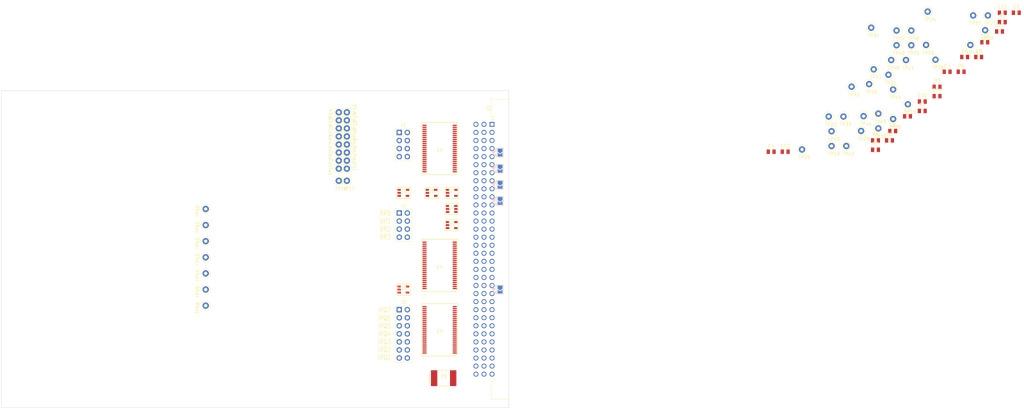
<source format=kicad_pcb>
(kicad_pcb (version 20211014) (generator pcbnew)
  (layers (0 "F.Cu" signal) (31 "B.Cu" signal) (34 "B.Paste" user) (35 "F.Paste" user) (36 "B.SilkS" user "B.Silkscreen") (37 "F.SilkS" user "F.Silkscreen") (38 "B.Mask" user) (39 "F.Mask" user) (44 "Edge.Cuts" user))
  (net 0 "")
  (net 1 "+5V")
  (net 2 "GND")
  (net 3 "Net-(J2-Pad1)")
  (net 4 "/~{BR0`}")
  (net 5 "/~{BR1`}")
  (net 6 "/~{BR2`}")
  (net 7 "/~{BR3`}")
  (net 8 "Net-(J3-Pad1)")
  (net 9 "/~{IRQ7`}")
  (net 10 "/~{IRQ6`}")
  (net 11 "/~{IRQ5`}")
  (net 12 "/~{IRQ4`}")
  (net 13 "/~{IRQ3`}")
  (net 14 "/~{IRQ2`}")
  (net 15 "/~{IRQ1`}")
  (net 16 "/~{IACKOUT}")
  (net 17 "/~{IACKIN}")
  (net 18 "/~{BG0OUT}")
  (net 19 "/~{BG0IN}")
  (net 21 "/~{BG1OUT}")
  (net 22 "/~{BG1IN}")
  (net 24 "/~{BG2OUT}")
  (net 25 "/~{BG2IN}")
  (net 26 "/~{BG3OUT}")
  (net 27 "/~{BG3IN}")
  (net 28 "/DDIR")
  (net 29 "/~{DBEN}")
  (net 30 "/MASTER")
  (net 32 "Net-(U2-Pad25)")
  (net 36 "/~{DTACK}")
  (net 37 "/~{BERR}")
  (net 38 "/D7")
  (net 39 "/D15")
  (net 40 "/D6")
  (net 41 "/D14")
  (net 42 "/D5")
  (net 43 "/D13")
  (net 44 "/D4")
  (net 45 "/D12")
  (net 46 "/D3")
  (net 47 "/D11")
  (net 48 "/D2")
  (net 49 "/D10")
  (net 50 "/D1")
  (net 52 "/D9")
  (net 55 "/D0")
  (net 56 "/D8")
  (net 57 "Net-(U2-Pad47)")
  (net 58 "Net-(U2-Pad46)")
  (net 59 "Net-(U2-Pad44)")
  (net 60 "Net-(U2-Pad43)")
  (net 61 "Net-(U2-Pad41)")
  (net 62 "Net-(U2-Pad40)")
  (net 64 "Net-(U2-Pad38)")
  (net 65 "Net-(U2-Pad37)")
  (net 66 "Net-(U2-Pad36)")
  (net 67 "Net-(U2-Pad35)")
  (net 68 "Net-(U2-Pad33)")
  (net 69 "Net-(U2-Pad32)")
  (net 70 "Net-(U2-Pad30)")
  (net 71 "Net-(U2-Pad29)")
  (net 72 "Net-(U2-Pad27)")
  (net 73 "Net-(U3-Pad47)")
  (net 75 "Net-(U3-Pad46)")
  (net 76 "Net-(U3-Pad44)")
  (net 79 "Net-(U3-Pad43)")
  (net 80 "Net-(U3-Pad41)")
  (net 81 "Net-(U3-Pad40)")
  (net 82 "Net-(U3-Pad38)")
  (net 83 "Net-(U3-Pad37)")
  (net 84 "Net-(U3-Pad36)")
  (net 85 "Net-(U3-Pad35)")
  (net 86 "Net-(U3-Pad33)")
  (net 87 "Net-(U3-Pad32)")
  (net 88 "Net-(U3-Pad30)")
  (net 89 "Net-(U3-Pad29)")
  (net 90 "Net-(U3-Pad27)")
  (net 91 "/SYSCLK")
  (net 92 "/~{SYSRESET}")
  (net 93 "/SYSRESET")
  (net 94 "/~{BR}")
  (net 96 "/~{IRQ}")
  (net 97 "/SD7")
  (net 98 "/SD15")
  (net 99 "/SD6")
  (net 100 "/SD14")
  (net 101 "/SD5")
  (net 102 "/SD13")
  (net 103 "/SD4")
  (net 104 "/SD12")
  (net 105 "/SD3")
  (net 106 "/SD11")
  (net 107 "/SD2")
  (net 108 "/SD10")
  (net 109 "/SD1")
  (net 110 "/SD9")
  (net 111 "/SD0")
  (net 112 "/SD8")
  (net 113 "/SA1")
  (net 114 "/SA8")
  (net 115 "/SA2")
  (net 116 "/SA9")
  (net 117 "/SA3")
  (net 118 "/SA10")
  (net 119 "/SA4")
  (net 120 "/SA11")
  (net 121 "/SA5")
  (net 122 "/SA12")
  (net 123 "/SA6")
  (net 124 "/SA13")
  (net 125 "/SA7")
  (net 126 "/SA14")
  (net 127 "/SA15")
  (net 128 "/SA16")
  (net 129 "/SA17")
  (net 130 "/SA18")
  (net 131 "/SA19")
  (net 132 "/~{AS`}")
  (net 133 "/SA20")
  (net 134 "/FC2`")
  (net 135 "/SA21")
  (net 136 "/FC1`")
  (net 137 "/SA22")
  (net 138 "/FC0`")
  (net 139 "/SA23")
  (net 140 "/~{WRITE`}")
  (net 141 "/~{LDS`}")
  (net 142 "/~{UDS`}")
  (net 143 "/~{SYSRESET`}")
  (net 144 "/~{DTACK`}")
  (net 145 "/~{BERR`}")
  (net 146 "/SYSCLK`")
  (footprint "TestPoint:TestPoint_Loop_D1.80mm_Drill1.0mm_Beaded" (layer "F.Cu") (at 325.34 65.24)
    (fp_text reference "TP19" (at 0.7 2.5) (layer "F.SilkS"))
    (fp_text value "TestPoint")
    (pad "1" thru_hole circle (at 0 0) (size 2 2) (drill 1) (layers *.Cu *.Mask) (net 30 "/MASTER"))
  )
  (footprint "COMET_footprints:Package_SOT23-5" (layer "F.Cu") (at 190.5 110.49)
    (fp_text reference "U9" (at 0 -0.5 unlocked) (layer "F.SilkS"))
    (fp_text value "74x1G125")
    (pad "1" smd rect (at -1.3 -0.95) (size 1.1 0.6) (layers "F.Cu" "F.Paste" "F.Mask") (net 96 "/~{IRQ}"))
    (pad "2" smd rect (at -1.3 0) (size 1.1 0.6) (layers "F.Cu" "F.Paste" "F.Mask") (net 2 "GND"))
    (pad "3" smd rect (at -1.3 0.95) (size 1.1 0.6) (layers "F.Cu" "F.Paste" "F.Mask") (net 2 "GND"))
    (pad "4" smd rect (at 1.3 0.95) (size 1.1 0.6) (layers "F.Cu" "F.Paste" "F.Mask") (net 8 "Net-(J3-Pad1)"))
    (pad "5" smd rect (at 1.3 -0.95) (size 1.1 0.6) (layers "F.Cu" "F.Paste" "F.Mask") (net 1 "+5V"))
  )
  (footprint "TestPoint:TestPoint_Loop_D1.80mm_Drill1.0mm_Beaded" (layer "F.Cu") (at 369.05 33.38)
    (fp_text reference "TP45" (at 0.7 2.5) (layer "F.SilkS"))
    (fp_text value "TestPoint")
    (pad "1" thru_hole circle (at 0 0) (size 2 2) (drill 1) (layers *.Cu *.Mask) (net 86 "Net-(U3-Pad33)"))
  )
  (footprint "TestPoint:TestPoint_Loop_D1.80mm_Drill1.0mm_Beaded" (layer "F.Cu") (at 340.07 59.68)
    (fp_text reference "TP30" (at 0.7 2.5) (layer "F.SilkS"))
    (fp_text value "TestPoint")
    (pad "1" thru_hole circle (at 0 0) (size 2 2) (drill 1) (layers *.Cu *.Mask) (net 68 "Net-(U2-Pad33)"))
  )
  (footprint "TestPoint:TestPoint_Loop_D1.80mm_Drill1.0mm_Beaded" (layer "F.Cu") (at 170.18 62.23 -90)
    (fp_text reference "TP9" (at 0.7 2.5 90) (layer "F.SilkS"))
    (fp_text value "TestPoint")
    (pad "1" thru_hole circle (at 0 0 270) (size 2 2) (drill 1) (layers *.Cu *.Mask) (net 46 "/D3"))
  )
  (footprint "COMET_footprints:C_SMD0805" (layer "F.Cu") (at 310.73 67.04)
    (fp_text reference "C13" (at 0 -1.905 unlocked) (layer "F.SilkS"))
    (fp_text value "100nF")
    (pad "1" smd rect (at -0.9125 0) (size 1.025 1.4) (layers "F.Cu" "F.Paste" "F.Mask") (net 1 "+5V"))
    (pad "2" smd rect (at 0.9125 0) (size 1.025 1.4) (layers "F.Cu" "F.Paste" "F.Mask") (net 2 "GND"))
  )
  (footprint "COMET_footprints:C_SMD0805" (layer "F.Cu") (at 361.73 41.83)
    (fp_text reference "C7" (at 0 -1.905 unlocked) (layer "F.SilkS"))
    (fp_text value "100nF")
    (pad "1" smd rect (at -0.9125 0) (size 1.025 1.4) (layers "F.Cu" "F.Paste" "F.Mask") (net 1 "+5V"))
    (pad "2" smd rect (at 0.9125 0) (size 1.025 1.4) (layers "F.Cu" "F.Paste" "F.Mask") (net 2 "GND"))
  )
  (footprint "TestPoint:TestPoint_Loop_D1.80mm_Drill1.0mm_Beaded" (layer "F.Cu") (at 337.82 27.94)
    (fp_text reference "TP34" (at 0.7 2.5) (layer "F.SilkS"))
    (fp_text value "TestPoint")
    (pad "1" thru_hole circle (at 0 0) (size 2 2) (drill 1) (layers *.Cu *.Mask) (net 72 "Net-(U2-Pad27)"))
  )
  (footprint "TestPoint:TestPoint_Loop_D1.80mm_Drill1.0mm_Beaded" (layer "F.Cu") (at 369.92 24.08)
    (fp_text reference "TP37" (at 0.7 2.5) (layer "F.SilkS"))
    (fp_text value "TestPoint")
    (pad "1" thru_hole circle (at 0 0) (size 2 2) (drill 1) (layers *.Cu *.Mask) (net 76 "Net-(U3-Pad44)"))
  )
  (footprint "COMET_footprints:C_SMD0805" (layer "F.Cu") (at 306.32 67.04)
    (fp_text reference "C4" (at 0 -1.905 unlocked) (layer "F.SilkS"))
    (fp_text value "100nF")
    (pad "1" smd rect (at -0.9125 0) (size 1.025 1.4) (layers "F.Cu" "F.Paste" "F.Mask") (net 1 "+5V"))
    (pad "2" smd rect (at 0.9125 0) (size 1.025 1.4) (layers "F.Cu" "F.Paste" "F.Mask") (net 2 "GND"))
  )
  (footprint "TestPoint:TestPoint_Loop_D1.80mm_Drill1.0mm_Beaded" (layer "F.Cu") (at 358.07 38.03)
    (fp_text reference "TP28" (at 0.7 2.5) (layer "F.SilkS"))
    (fp_text value "TestPoint")
    (pad "1" thru_hole circle (at 0 0) (size 2 2) (drill 1) (layers *.Cu *.Mask) (net 66 "Net-(U2-Pad36)"))
  )
  (footprint "COMET_footprints:C_SMD0805" (layer "F.Cu") (at 373.58 32.53)
    (fp_text reference "C15" (at 0 -1.905 unlocked) (layer "F.SilkS"))
    (fp_text value "100nF")
    (pad "1" smd rect (at -0.9125 0) (size 1.025 1.4) (layers "F.Cu" "F.Paste" "F.Mask") (net 1 "+5V"))
    (pad "2" smd rect (at 0.9125 0) (size 1.025 1.4) (layers "F.Cu" "F.Paste" "F.Mask") (net 2 "GND"))
  )
  (footprint "COMET_footprints:R_SMD0805" (layer "F.Cu") (at 379.1 26.18)
    (fp_text reference "R1" (at 0 -1.905 unlocked) (layer "F.SilkS"))
    (fp_text value "10K")
    (pad "1" smd rect (at -0.9125 0) (size 1.025 1.4) (layers "F.Cu" "F.Paste" "F.Mask") (net 2 "GND"))
    (pad "2" smd rect (at 0.9125 0) (size 1.025 1.4) (layers "F.Cu" "F.Paste" "F.Mask") (net 28 "/DDIR"))
  )
  (footprint "COMET_footprints:Package_SOT23-5" (layer "F.Cu") (at 205.74 80.01)
    (fp_text reference "U7" (at 0 -0.5 unlocked) (layer "F.SilkS"))
    (fp_text value "74x1G125")
    (pad "1" smd rect (at -1.3 -0.95) (size 1.1 0.6) (layers "F.Cu" "F.Paste" "F.Mask") (net 2 "GND"))
    (pad "2" smd rect (at -1.3 0) (size 1.1 0.6) (layers "F.Cu" "F.Paste" "F.Mask") (net 146 "/SYSCLK`"))
    (pad "3" smd rect (at -1.3 0.95) (size 1.1 0.6) (layers "F.Cu" "F.Paste" "F.Mask") (net 2 "GND"))
    (pad "4" smd rect (at 1.3 0.95) (size 1.1 0.6) (layers "F.Cu" "F.Paste" "F.Mask") (net 91 "/SYSCLK"))
    (pad "5" smd rect (at 1.3 -0.95) (size 1.1 0.6) (layers "F.Cu" "F.Paste" "F.Mask") (net 1 "+5V"))
  )
  (footprint "COMET_footprints:C_SMD0805" (layer "F.Cu") (at 371.66 37.18)
    (fp_text reference "C8" (at 0 -1.905 unlocked) (layer "F.SilkS"))
    (fp_text value "100nF")
    (pad "1" smd rect (at -0.9125 0) (size 1.025 1.4) (layers "F.Cu" "F.Paste" "F.Mask") (net 1 "+5V"))
    (pad "2" smd rect (at 0.9125 0) (size 1.025 1.4) (layers "F.Cu" "F.Paste" "F.Mask") (net 2 "GND"))
  )
  (footprint "TestPoint:TestPoint_Loop_D1.80mm_Drill1.0mm_Beaded" (layer "F.Cu") (at 128.27 105.41 -90)
    (fp_text reference "TP54" (at 0.7 2.5 90) (layer "F.SilkS"))
    (fp_text value "TestPoint")
    (pad "1" thru_hole circle (at 0 0 270) (size 2 2) (drill 1) (layers *.Cu *.Mask) (net 93 "/SYSRESET"))
  )
  (footprint "COMET_footprints:C_SMD0805" (layer "F.Cu") (at 379.1 23.23)
    (fp_text reference "C12" (at 0 -1.905 unlocked) (layer "F.SilkS"))
    (fp_text value "100nF")
    (pad "1" smd rect (at -0.9125 0) (size 1.025 1.4) (layers "F.Cu" "F.Paste" "F.Mask") (net 1 "+5V"))
    (pad "2" smd rect (at 0.9125 0) (size 1.025 1.4) (layers "F.Cu" "F.Paste" "F.Mask") (net 2 "GND"))
  )
  (footprint "TestPoint:TestPoint_Loop_D1.80mm_Drill1.0mm_Beaded" (layer "F.Cu") (at 316.04 66.34)
    (fp_text reference "TP25" (at 0.7 2.5) (layer "F.SilkS"))
    (fp_text value "TestPoint")
    (pad "1" thru_hole circle (at 0 0) (size 2 2) (drill 1) (layers *.Cu *.Mask) (net 62 "Net-(U2-Pad40)"))
  )
  (footprint "TestPoint:TestPoint_Loop_D1.80mm_Drill1.0mm_Beaded" (layer "F.Cu") (at 172.72 69.85 90)
    (fp_text reference "TP4" (at 0.7 2.5 90) (layer "F.SilkS"))
    (fp_text value "TestPoint")
    (pad "1" thru_hole circle (at 0 0 90) (size 2 2) (drill 1) (layers *.Cu *.Mask) (net 41 "/D14"))
  )
  (footprint "TestPoint:TestPoint_Loop_D1.80mm_Drill1.0mm_Beaded" (layer "F.Cu") (at 172.72 57.15 90)
    (fp_text reference "TP14" (at 0.7 2.5 90) (layer "F.SilkS"))
    (fp_text value "TestPoint")
    (pad "1" thru_hole circle (at 0 0 90) (size 2 2) (drill 1) (layers *.Cu *.Mask) (net 52 "/D9"))
  )
  (footprint "TestPoint:TestPoint_Loop_D1.80mm_Drill1.0mm_Beaded" (layer "F.Cu") (at 170.18 69.85 -90)
    (fp_text reference "TP3" (at 0.7 2.5 90) (layer "F.SilkS"))
    (fp_text value "TestPoint")
    (pad "1" thru_hole circle (at 0 0 270) (size 2 2) (drill 1) (layers *.Cu *.Mask) (net 40 "/D6"))
  )
  (footprint "TestPoint:TestPoint_Loop_D1.80mm_Drill1.0mm_Beaded" (layer "F.Cu") (at 172.72 67.31 90)
    (fp_text reference "TP6" (at 0.7 2.5 90) (layer "F.SilkS"))
    (fp_text value "TestPoint")
    (pad "1" thru_hole circle (at 0 0 90) (size 2 2) (drill 1) (layers *.Cu *.Mask) (net 43 "/D13"))
  )
  (footprint "TestPoint:TestPoint_Loop_D1.80mm_Drill1.0mm_Beaded" (layer "F.Cu") (at 345.8 28.83)
    (fp_text reference "TP22" (at 0.7 2.5) (layer "F.SilkS"))
    (fp_text value "TestPoint")
    (pad "1" thru_hole circle (at 0 0) (size 2 2) (drill 1) (layers *.Cu *.Mask) (net 59 "Net-(U2-Pad44)"))
  )
  (footprint "COMET_footprints:Package_SOT23-6" (layer "F.Cu") (at 205.74 85.09)
    (fp_text reference "U4" (at 0 -0.5 unlocked) (layer "F.SilkS"))
    (fp_text value "74x1G19")
    (pad "1" smd rect (at -1.3 -0.95) (size 1.1 0.6) (layers "F.Cu" "F.Paste" "F.Mask") (net 143 "/~{SYSRESET`}"))
    (pad "2" smd rect (at -1.3 0) (size 1.1 0.6) (layers "F.Cu" "F.Paste" "F.Mask") (net 2 "GND"))
    (pad "3" smd rect (at -1.3 0.95) (size 1.1 0.6) (layers "F.Cu" "F.Paste" "F.Mask") (net 2 "GND"))
    (pad "4" smd rect (at 1.3 0.95) (size 1.1 0.6) (layers "F.Cu" "F.Paste" "F.Mask") (net 93 "/SYSRESET"))
    (pad "5" smd rect (at 1.3 0) (size 1.1 0.6) (layers "F.Cu" "F.Paste" "F.Mask") (net 1 "+5V"))
    (pad "6" smd rect (at 1.3 -0.95) (size 1.1 0.6) (layers "F.Cu" "F.Paste" "F.Mask") (net 92 "/~{SYSRESET}"))
  )
  (footprint "TestPoint:TestPoint_Loop_D1.80mm_Drill1.0mm_Beaded" (layer "F.Cu") (at 128.27 85.09 -90)
    (fp_text reference "TP50" (at 0.7 2.5 90) (layer "F.SilkS"))
    (fp_text value "TestPoint")
    (pad "1" thru_hole circle (at 0 0 270) (size 2 2) (drill 1) (layers *.Cu *.Mask) (net 36 "/~{DTACK}"))
  )
  (footprint "Connector_DIN:DIN41612_C_3x32_Male_Horizontal_THT" (layer "F.Cu") (at 218.44 58.42 -90)
    (fp_text reference "X1" (at -5.08 1 90) (layer "F.SilkS"))
    (fp_text value "DIN41612_03x32_ABC_VMEbus")
    (pad "" np_thru_hole circle locked (at -5.08 -2.54 270) (size 2.85 2.85) (drill 2.85) (layers *.Cu *.Mask))
    (pad "" np_thru_hole circle locked (at 83.82 -2.54 270) (size 2.85 2.85) (drill 2.85) (layers *.Cu *.Mask))
    (pad "a1" thru_hole rect locked (at 0 0 270) (size 1.55 1.55) (drill 1) (layers *.Cu *.Mask) (net 111 "/SD0"))
    (pad "a2" thru_hole circle locked (at 2.54 0 270) (size 1.55 1.55) (drill 1) (layers *.Cu *.Mask) (net 109 "/SD1"))
    (pad "a3" thru_hole circle locked (at 5.08 0 270) (size 1.55 1.55) (drill 1) (layers *.Cu *.Mask) (net 107 "/SD2"))
    (pad "a4" thru_hole circle locked (at 7.62 0 270) (size 1.55 1.55) (drill 1) (layers *.Cu *.Mask) (net 105 "/SD3"))
    (pad "a5" thru_hole circle locked (at 10.16 0 270) (size 1.55 1.55) (drill 1) (layers *.Cu *.Mask) (net 103 "/SD4"))
    (pad "a6" thru_hole circle locked (at 12.7 0 270) (size 1.55 1.55) (drill 1) (layers *.Cu *.Mask) (net 101 "/SD5"))
    (pad "a7" thru_hole circle locked (at 15.24 0 270) (size 1.55 1.55) (drill 1) (layers *.Cu *.Mask) (net 99 "/SD6"))
    (pad "a8" thru_hole circle locked (at 17.78 0 270) (size 1.55 1.55) (drill 1) (layers *.Cu *.Mask) (net 97 "/SD7"))
    (pad "a9" thru_hole circle locked (at 20.32 0 270) (size 1.55 1.55) (drill 1) (layers *.Cu *.Mask) (net 2 "GND"))
    (pad "a10" thru_hole circle locked (at 22.86 0 270) (size 1.55 1.55) (drill 1) (layers *.Cu *.Mask) (net 146 "/SYSCLK`"))
    (pad "a11" thru_hole circle locked (at 25.4 0 270) (size 1.55 1.55) (drill 1) (layers *.Cu *.Mask) (net 2 "GND"))
    (pad "a12" thru_hole circle locked (at 27.94 0 270) (size 1.55 1.55) (drill 1) (layers *.Cu *.Mask) (net 142 "/~{UDS`}"))
    (pad "a13" thru_hole circle locked (at 30.48 0 270) (size 1.55 1.55) (drill 1) (layers *.Cu *.Mask) (net 141 "/~{LDS`}"))
    (pad "a14" thru_hole circle locked (at 33.02 0 270) (size 1.55 1.55) (drill 1) (layers *.Cu *.Mask) (net 140 "/~{WRITE`}"))
    (pad "a15" thru_hole circle locked (at 35.56 0 270) (size 1.55 1.55) (drill 1) (layers *.Cu *.Mask) (net 2 "GND"))
    (pad "a16" thru_hole circle locked (at 38.1 0 270) (size 1.55 1.55) (drill 1) (layers *.Cu *.Mask) (net 144 "/~{DTACK`}"))
    (pad "a17" thru_hole circle locked (at 40.64 0 270) (size 1.55 1.55) (drill 1) (layers *.Cu *.Mask) (net 2 "GND"))
    (pad "a18" thru_hole circle locked (at 43.18 0 270) (size 1.55 1.55) (drill 1) (layers *.Cu *.Mask) (net 132 "/~{AS`}"))
    (pad "a19" thru_hole circle locked (at 45.72 0 270) (size 1.55 1.55) (drill 1) (layers *.Cu *.Mask) (net 2 "GND"))
    (pad "a20" thru_hole circle locked (at 48.26 0 270) (size 1.55 1.55) (drill 1) (layers *.Cu *.Mask))
    (pad "a21" thru_hole circle locked (at 50.8 0 270) (size 1.55 1.55) (drill 1) (layers *.Cu *.Mask) (net 17 "/~{IACKIN}"))
    (pad "a22" thru_hole circle locked (at 53.34 0 270) (size 1.55 1.55) (drill 1) (layers *.Cu *.Mask) (net 16 "/~{IACKOUT}"))
    (pad "a23" thru_hole circle locked (at 55.88 0 270) (size 1.55 1.55) (drill 1) (layers *.Cu *.Mask))
    (pad "a24" thru_hole circle locked (at 58.42 0 270) (size 1.55 1.55) (drill 1) (layers *.Cu *.Mask) (net 125 "/SA7"))
    (pad "a25" thru_hole circle locked (at 60.96 0 270) (size 1.55 1.55) (drill 1) (layers *.Cu *.Mask) (net 123 "/SA6"))
    (pad "a26" thru_hole circle locked (at 63.5 0 270) (size 1.55 1.55) (drill 1) (layers *.Cu *.Mask) (net 121 "/SA5"))
    (pad "a27" thru_hole circle locked (at 66.04 0 270) (size 1.55 1.55) (drill 1) (layers *.Cu *.Mask) (net 119 "/SA4"))
    (pad "a28" thru_hole circle locked (at 68.58 0 270) (size 1.55 1.55) (drill 1) (layers *.Cu *.Mask) (net 117 "/SA3"))
    (pad "a29" thru_hole circle locked (at 71.12 0 270) (size 1.55 1.55) (drill 1) (layers *.Cu *.Mask) (net 115 "/SA2"))
    (pad "a30" thru_hole circle locked (at 73.66 0 270) (size 1.55 1.55) (drill 1) (layers *.Cu *.Mask) (net 113 "/SA1"))
    (pad "a31" thru_hole circle locked (at 76.2 0 270) (size 1.55 1.55) (drill 1) (layers *.Cu *.Mask))
    (pad "a32" thru_hole circle locked (at 78.74 0 270) (size 1.55 1.55) (drill 1) (layers *.Cu *.Mask) (net 1 "+5V"))
    (pad "b1" thru_hole circle locked (at 0 2.54 270) (size 1.55 1.55) (drill 1) (layers *.Cu *.Mask))
    (pad "b2" thru_hole circle locked (at 2.54 2.54 270) (size 1.55 1.55) (drill 1) (layers *.Cu *.Mask))
    (pad "b3" thru_hole circle locked (at 5.08 2.54 270) (size 1.55 1.55) (drill 1) (layers *.Cu *.Mask))
    (pad "b4" thru_hole circle locked (at 7.62 2.54 270) (size 1.55 1.55) (drill 1) (layers *.Cu *.Mask) (net 19 "/~{BG0IN}"))
    (pad "b5" thru_hole circle locked (at 10.16 2.54 270) (size 1.55 1.55) (drill 1) (layers *.Cu *.Mask) (net 18 "/~{BG0OUT}"))
    (pad "b6" thru_hole circle locked (at 12.7 2.54 270) (size 1.55 1.55) (drill 1) (layers *.Cu *.Mask) (net 22 "/~{BG1IN}"))
    (pad "b7" thru_hole circle locked (at 15.24 2.54 270) (size 1.55 1.55) (drill 1) (layers *.Cu *.Mask) (net 21 "/~{BG1OUT}"))
    (pad "b8" thru_hole circle locked (at 17.78 2.54 270) (size 1.55 1.55) (drill 1) (layers *.Cu *.Mask) (net 25 "/~{BG2IN}"))
    (pad "b9" thru_hole circle locked (at 20.32 2.54 270) (size 1.55 1.55) (drill 1) (layers *.Cu *.Mask) (net 24 "/~{BG2OUT}"))
    (pad "b10" thru_hole circle locked (at 22.86 2.54 270) (size 1.55 1.55) (drill 1) (layers *.Cu *.Mask) (net 27 "/~{BG3IN}"))
    (pad "b11" thru_hole circle locked (at 25.4 2.54 270) (size 1.55 1.55) (drill 1) (layers *.Cu *.Mask) (net 26 "/~{BG3OUT}"))
    (pad "b12" thru_hole circle locked (at 27.94 2.54 270) (size 1.55 1.55) (drill 1) (layers *.Cu *.Mask) (net 4 "/~{BR0`}"))
    (pad "b13" thru_hole circle locked (at 30.48 2.54 270) (size 1.55 1.55) (drill 1) (layers *.Cu *.Mask) (net 5 "/~{BR1`}"))
    (pad "b14" thru_hole circle locked (at 33.02 2.54 270) (size 1.55 1.55) (drill 1) (layers *.Cu *.Mask) (net 6 "/~{BR2`}"))
    (pad "b15" thru_hole circle locked (at 35.56 2.54 270) (size 1.55 1.55) (drill 1) (layers *.Cu *.Mask) (net 7 "/~{BR3`}"))
    (pad "b16" thru_hole circle locked (at 38.1 2.54 270) (size 1.55 1.55) (drill 1) (layers *.Cu *.Mask) (net 138 "/FC0`"))
    (pad "b17" thru_hole circle locked (at 40.64 2.54 270) (size 1.55 1.55) (drill 1) (layers *.Cu *.Mask) (net 136 "/FC1`"))
    (pad "b18" thru_hole circle locked (at 43.18 2.54 270) (size 1.55 1.55) (drill 1) (layers *.Cu *.Mask) (net 134 "/FC2`"))
    (pad "b19" thru_hole circle locked (at 45.72 2.54 270) (size 1.55 1.55) (drill 1) (layers *.Cu *.Mask))
    (pad "b20" thru_hole circle locked (at 48.26 2.54 270) (size 1.55 1.55) (drill 1) (layers *.Cu *.Mask) (net 2 "GND"))
    (pad "b21" thru_hole circle locked (at 50.8 2.54 270) (size 1.55 1.55) (drill 1) (layers *.Cu *.Mask))
    (pad "b22" thru_hole circle locked (at 53.34 2.54 270) (size 1.55 1.55) (drill 1) (layers *.Cu *.Mask))
    (pad "b23" thru_hole circle locked (at 55.88 2.54 270) (size 1.55 1.55) (drill 1) (layers *.Cu *.Mask) (net 2 "GND"))
    (pad "b24" thru_hole circle locked (at 58.42 2.54 270) (size 1.55 1.55) (drill 1) (layers *.Cu *.Mask) (net 9 "/~{IRQ7`}"))
    (pad "b25" thru_hole circle locked (at 60.96 2.54 270) (size 1.55 1.55) (drill 1) (layers *.Cu *.Mask) (net 10 "/~{IRQ6`}"))
    (pad "b26" thru_hole circle locked (at 63.5 2.54 270) (size 1.55 1.55) (drill 1) (layers *.Cu *.Mask) (net 11 "/~{IRQ5`}"))
    (pad "b27" thru_hole circle locked (at 66.04 2.54 270) (size 1.55 1.55) (drill 1) (layers *.Cu *.Mask) (net 12 "/~{IRQ4`}"))
    (pad "b28" thru_hole circle locked (at 68.58 2.54 270) (size 1.55 1.55) (drill 1) (layers *.Cu *.Mask) (net 13 "/~{IRQ3`}"))
    (pad "b29" thru_hole circle locked (at 71.12 2.54 270) (size 1.55 1.55) (drill 1) (layers *.Cu *.Mask) (net 14 "/~{IRQ2`}"))
    (pad "b30" thru_hole circle locked (at 73.66 2.54 270) (size 1.55 1.55) (drill 1) (layers *.Cu *.Mask) (net 15 "/~{IRQ1`}"))
    (pad "b31" thru_hole circle locked (at 76.2 2.54 270) (size 1.55 1.55) (drill 1) (layers *.Cu *.Mask))
    (pad "b32" thru_hole circle locked (at 78.74 2.54 270) (size 1.55 1.55) (drill 1) (layers *.Cu *.Mask) (net 1 "+5V"))
    (pad "c1" thru_hole circle locked (at 0 5.08 270) (size 1.55 1.55) (drill 1) (layers *.Cu *.Mask) (net 112 "/SD8"))
    (pad "c2" thru_hole circle locked (at 2.54 5.08 270) (size 1.55 1.55) (drill 1) (layers *.Cu *.Mask) (net 110 "/SD9"))
    (pad "c3" thru_hole circle locked (at 5.08 5.08 270) (size 1.55 1.55) (drill 1) (layers *.Cu *.Mask) (net 108 "/SD10"))
    (pad "c4" thru_hole circle locked (at 7.62 5.08 270) (size 1.55 1.55) (drill 1) (layers *.Cu *.Mask) (net 106 "/SD11"))
    (pad "c5" thru_hole circle locked (at 10.16 5.08 270) (size 1.55 1.55) (drill 1) (layers *.Cu *.Mask) (net 104 "/SD12"))
    (pad "c6" thru_hole circle locked (at 12.7 5.08 270) (size 1.55 1.55) (drill 1) (layers *.Cu *.Mask) (net 102 "/SD13"))
    (pad "c7" thru_hole circle locked (at 15.24 5.08 270) (size 1.55 1.55) (drill 1) (layers *.Cu *.Mask) (net 100 "/SD14"))
    (pad "c8" thru_hole circle locked (at 17.78 5.08 270) (size 1.55 1.55) (drill 1) (layers *.Cu *.Mask) (net 98 "/SD15"))
    (pad "c9" thru_hole circle locked (at 20.32 5.08 270) (size 1.55 1.55) (drill 1) (layers *.Cu *.Mask) (net 2 "GND"))
    (pad "c10" thru_hole circle locked (at 22.86 5.08 270) (size 1.55 1.55) (drill 1) (layers *.Cu *.Mask))
    (pad "c11" thru_hole circle locked (at 25.4 5.08 270) (size 1.55 1.55) (drill 1) (layers *.Cu *.Mask) (net 145 "/~{BERR`}"))
    (pad "c12" thru_hole circle locked (at 27.94 5.08 270) (size 1.55 1.55) (drill 1) (layers *.Cu *.Mask) (net 143 "/~{SYSRESET`}"))
    (pad "c13" thru_hole circle locked (at 30.48 5.08 270) (size 1.55 1.55) (drill 1) (layers *.Cu *.Mask))
    (pad "c14" thru_hole circle locked (at 33.02 5.08 270) (size 1.55 1.55) (drill 1) (layers *.Cu *.Mask))
    (pad "c15" thru_hole circle locked (at 35.56 5.08 270) (size 1.55 1.55) (drill 1) (layers *.Cu *.Mask) (net 139 "/SA23"))
    (pad "c16" thru_hole circle locked (at 38.1 5.08 270) (size 1.55 1.55) (drill 1) (layers *.Cu *.Mask) (net 137 "/SA22"))
    (pad "c17" thru_hole circle locked (at 40.64 5.08 270) (size 1.55 1.55) (drill 1) (layers *.Cu *.Mask) (net 135 "/SA21"))
    (pad "c18" thru_hole circle locked (at 43.18 5.08 270) (size 1.55 1.55) (drill 1) (layers *.Cu *.Mask) (net 133 "/SA20"))
    (pad "c19" thru_hole circle locked (at 45.72 5.08 270) (size 1.55 1.55) (drill 1) (layers *.Cu *.Mask) (net 131 "/SA19"))
    (pad "c20" thru_hole circle locked (at 48.26 5.08 270) (size 1.55 1.55) (drill 1) (layers *.Cu *.Mask) (net 130 "/SA18"))
    (pad "c21" thru_hole circle locked (at 50.8 5.08 270) (size 1.55 1.55) (drill 1) (layers *.Cu *.Mask) (net 129 "/SA17"))
    (pad "c22" thru_hole circle locked (at 53.34 5.08 270) (size 1.55 1.55) (drill 1) (layers *.Cu *.Mask) (net 128 "/SA16"))
    (pad "c23" thru_hole circle locked (at 55.88 5.08 270) (size 1.55 1.55) (drill 1) (layers *.Cu *.Mask) (net 127 "/SA15"))
    (pad "c24" thru_hole circle locked (at 58.42 5.08 270) (size 1.55 1.55) (drill 1) (layers *.Cu *.Mask) (net 126 "/SA14"))
    (pad "c25" thru_hole circle locked (at 60.96 5.08 270) (size 1.55 1.55) (drill 1) (layers *.Cu *.Mask) (net 124 "/SA13"))
    (pad "c26" thru_hole circle locked (at 63.5 5.08 270) (size 1.55 1.55) (drill 1) (layers *.Cu *.Mask) (net 122 "/SA12"))
    (pad "c27" thru_hole circle locked (at 66.04 5.08 270) (size 1.55 1.55) (drill 1) (layers *.Cu *.Mask) (net 120 "/SA11"))
    (pad "c28" thru_hole circle locked (at 68.58 5.08 270) (size 1.55 1.55) (drill 1) (layers *.Cu *.Mask) (net 118 "/SA10"))
    (pad "c29" thru_hole circle locked (at 71.12 5.08 270) (size 1.55 1.55) (drill 1) (layers *.Cu *.Mask) (net 116 "/SA9"))
    (pad "c30" thru_hole circle locked (at 73.66 5.08 270) (size 1.55 1.55) (drill 1) (layers *.Cu *.Mask) (net 114 "/SA8"))
    (pad "c31" thru_hole circle locked (at 76.2 5.08 270) (size 1.55 1.55) (drill 1) (layers *.Cu *.Mask))
    (pad "c32" thru_hole circle locked (at 78.74 5.08 270) (size 1.55 1.55) (drill 1) (layers *.Cu *.Mask) (net 1 "+5V"))
  )
  (footprint "TestPoint:TestPoint_Loop_D1.80mm_Drill1.0mm_Beaded" (layer "F.Cu") (at 344.72 56.73)
    (fp_text reference "TP36" (at 0.7 2.5) (layer "F.SilkS"))
    (fp_text value "TestPoint")
    (pad "1" thru_hole circle (at 0 0) (size 2 2) (drill 1) (layers *.Cu *.Mask) (net 75 "Net-(U3-Pad46)"))
  )
  (footprint "COMET_footprints:R_SMD0805" (layer "F.Cu") (at 353.9 54.18)
    (fp_text reference "R4" (at 0 -1.905 unlocked) (layer "F.SilkS"))
    (fp_text value "10K")
    (pad "1" smd rect (at -0.9125 0) (size 1.025 1.4) (layers "F.Cu" "F.Paste" "F.Mask") (net 2 "GND"))
    (pad "2" smd rect (at 0.9125 0) (size 1.025 1.4) (layers "F.Cu" "F.Paste" "F.Mask") (net 32 "Net-(U2-Pad25)"))
  )
  (footprint "COMET_footprints:C_SMD0805" (layer "F.Cu") (at 349.25 55.88)
    (fp_text reference "C1" (at 0 -1.905 unlocked) (layer "F.SilkS"))
    (fp_text value "100nF")
    (pad "1" smd rect (at -0.9125 0) (size 1.025 1.4) (layers "F.Cu" "F.Paste" "F.Mask") (net 1 "+5V"))
    (pad "2" smd rect (at 0.9125 0) (size 1.025 1.4) (layers "F.Cu" "F.Paste" "F.Mask") (net 2 "GND"))
  )
  (footprint "COMET_footprints:Package_SOT23-5" (layer "F.Cu") (at 190.5 80.01)
    (fp_text reference "U8" (at 0 -0.5 unlocked) (layer "F.SilkS"))
    (fp_text value "74x1G125")
    (pad "1" smd rect (at -1.3 -0.95) (size 1.1 0.6) (layers "F.Cu" "F.Paste" "F.Mask") (net 94 "/~{BR}"))
    (pad "2" smd rect (at -1.3 0) (size 1.1 0.6) (layers "F.Cu" "F.Paste" "F.Mask") (net 2 "GND"))
    (pad "3" smd rect (at -1.3 0.95) (size 1.1 0.6) (layers "F.Cu" "F.Paste" "F.Mask") (net 2 "GND"))
    (pad "4" smd rect (at 1.3 0.95) (size 1.1 0.6) (layers "F.Cu" "F.Paste" "F.Mask") (net 3 "Net-(J2-Pad1)"))
    (pad "5" smd rect (at 1.3 -0.95) (size 1.1 0.6) (layers "F.Cu" "F.Paste" "F.Mask") (net 1 "+5V"))
  )
  (footprint "TestPoint:TestPoint_Loop_D1.80mm_Drill1.0mm_Beaded" (layer "F.Cu") (at 349.37 52.08)
    (fp_text reference "TP23" (at 0.7 2.5) (layer "F.SilkS"))
    (fp_text value "TestPoint")
    (pad "1" thru_hole circle (at 0 0) (size 2 2) (drill 1) (layers *.Cu *.Mask) (net 60 "Net-(U2-Pad43)"))
  )
  (footprint "COMET_footprints:R_SMD0805" (layer "F.Cu") (at 339.17 66.43)
    (fp_text reference "R2" (at 0 -1.905 unlocked) (layer "F.SilkS"))
    (fp_text value "10K")
    (pad "1" smd rect (at -0.9125 0) (size 1.025 1.4) (layers "F.Cu" "F.Paste" "F.Mask") (net 1 "+5V"))
    (pad "2" smd rect (at 0.9125 0) (size 1.025 1.4) (layers "F.Cu" "F.Paste" "F.Mask") (net 29 "/~{DBEN}"))
  )
  (footprint "COMET_footprints:R_SMD0805" (layer "F.Cu") (at 339.17 63.48)
    (fp_text reference "R5" (at 0 -1.905 unlocked) (layer "F.SilkS"))
    (fp_text value "10K")
    (pad "1" smd rect (at -0.9125 0) (size 1.025 1.4) (layers "F.Cu" "F.Paste" "F.Mask") (net 1 "+5V"))
    (pad "2" smd rect (at 0.9125 0) (size 1.025 1.4) (layers "F.Cu" "F.Paste" "F.Mask") (net 36 "/~{DTACK}"))
  )
  (footprint "TestPoint:TestPoint_Loop_D1.80mm_Drill1.0mm_Beaded" (layer "F.Cu") (at 172.72 72.39 90)
    (fp_text reference "TP2" (at 0.7 2.5 90) (layer "F.SilkS"))
    (fp_text value "TestPoint")
    (pad "1" thru_hole circle (at 0 0 90) (size 2 2) (drill 1) (layers *.Cu *.Mask) (net 39 "/D15"))
  )
  (footprint "COMET_footprints:C_SMD0805" (layer "F.Cu") (at 383.51 23.23)
    (fp_text reference "C2" (at 0 -1.905 unlocked) (layer "F.SilkS"))
    (fp_text value "100nF")
    (pad "1" smd rect (at -0.9125 0) (size 1.025 1.4) (layers "F.Cu" "F.Paste" "F.Mask") (net 1 "+5V"))
    (pad "2" smd rect (at 0.9125 0) (size 1.025 1.4) (layers "F.Cu" "F.Paste" "F.Mask") (net 2 "GND"))
  )
  (footprint "TestPoint:TestPoint_Loop_D1.80mm_Drill1.0mm_Beaded" (layer "F.Cu") (at 340.07 55.03)
    (fp_text reference "TP49" (at 0.7 2.5) (layer "F.SilkS"))
    (fp_text value "TestPoint")
    (pad "1" thru_hole circle (at 0 0) (size 2 2) (drill 1) (layers *.Cu *.Mask) (net 90 "Net-(U3-Pad27)"))
  )
  (footprint "TestPoint:TestPoint_Loop_D1.80mm_Drill1.0mm_Beaded" (layer "F.Cu") (at 373.7 28.73)
    (fp_text reference "TP38" (at 0.7 2.5) (layer "F.SilkS"))
    (fp_text value "TestPoint")
    (pad "1" thru_hole circle (at 0 0) (size 2 2) (drill 1) (layers *.Cu *.Mask) (net 79 "Net-(U3-Pad43)"))
  )
  (footprint "TestPoint:TestPoint_Loop_D1.80mm_Drill1.0mm_Beaded" (layer "F.Cu") (at 170.18 72.39 -90)
    (fp_text reference "TP1" (at 0.7 2.5 90) (layer "F.SilkS"))
    (fp_text value "TestPoint")
    (pad "1" thru_hole circle (at 0 0 270) (size 2 2) (drill 1) (layers *.Cu *.Mask) (net 38 "/D7"))
  )
  (footprint "TestPoint:TestPoint_Loop_D1.80mm_Drill1.0mm_Beaded" (layer "F.Cu") (at 172.72 54.61 90)
    (fp_text reference "TP16" (at 0.7 2.5 90) (layer "F.SilkS"))
    (fp_text value "TestPoint")
    (pad "1" thru_hole circle (at 0 0 90) (size 2 2) (drill 1) (layers *.Cu *.Mask) (net 56 "/D8"))
  )
  (footprint "TestPoint:TestPoint_Loop_D1.80mm_Drill1.0mm_Beaded" (layer "F.Cu") (at 128.27 115.57 -90)
    (fp_text reference "TP56" (at 0.7 2.5 90) (layer "F.SilkS"))
    (fp_text value "TestPoint")
    (pad "1" thru_hole circle (at 0 0 270) (size 2 2) (drill 1) (layers *.Cu *.Mask) (net 96 "/~{IRQ}"))
  )
  (footprint "TestPoint:TestPoint_Loop_D1.80mm_Drill1.0mm_Beaded" (layer "F.Cu") (at 374.57 24.08)
    (fp_text reference "TP27" (at 0.7 2.5) (layer "F.SilkS"))
    (fp_text value "TestPoint")
    (pad "1" thru_hole circle (at 0 0) (size 2 2) (drill 1) (layers *.Cu *.Mask) (net 65 "Net-(U2-Pad37)"))
  )
  (footprint "TestPoint:TestPoint_Loop_D1.80mm_Drill1.0mm_Beaded" (layer "F.Cu") (at 338.6 41.08)
    (fp_text reference "TP47" (at 0.7 2.5) (layer "F.SilkS"))
    (fp_text value "TestPoint")
    (pad "1" thru_hole circle (at 0 0) (size 2 2) (drill 1) (layers *.Cu *.Mask) (net 88 "Net-(U3-Pad30)"))
  )
  (footprint "TestPoint:TestPoint_Loop_D1.80mm_Drill1.0mm_Beaded" (layer "F.Cu") (at 355.1 33.38)
    (fp_text reference "TP39" (at 0.7 2.5) (layer "F.SilkS"))
    (fp_text value "TestPoint")
    (pad "1" thru_hole circle (at 0 0) (size 2 2) (drill 1) (layers *.Cu *.Mask) (net 80 "Net-(U3-Pad41)"))
  )
  (footprint "TestPoint:TestPoint_Loop_D1.80mm_Drill1.0mm_Beaded" (layer "F.Cu") (at 348.77 38.13)
    (fp_text reference "TP21" (at 0.7 2.5) (layer "F.SilkS"))
    (fp_text value "TestPoint")
    (pad "1" thru_hole circle (at 0 0) (size 2 2) (drill 1) (layers *.Cu *.Mask) (net 58 "Net-(U2-Pad46)"))
  )
  (footprint "COMET_footprints:C_SMD0805" (layer "F.Cu") (at 344.6 60.53)
    (fp_text reference "C3" (at 0 -1.905 unlocked) (layer "F.SilkS"))
    (fp_text value "100nF")
    (pad "1" smd rect (at -0.9125 0) (size 1.025 1.4) (layers "F.Cu" "F.Paste" "F.Mask") (net 1 "+5V"))
    (pad "2" smd rect (at 0.9125 0) (size 1.025 1.4) (layers "F.Cu" "F.Paste" "F.Mask") (net 2 "GND"))
  )
  (footprint "TestPoint:TestPoint_Loop_D1.80mm_Drill1.0mm_Beaded" (layer "F.Cu") (at 172.72 59.69 90)
    (fp_text reference "TP12" (at 0.7 2.5 90) (layer "F.SilkS"))
    (fp_text value "TestPoint")
    (pad "1" thru_hole circle (at 0 0 90) (size 2 2) (drill 1) (layers *.Cu *.Mask) (net 49 "/D10"))
  )
  (footprint "TestPoint:TestPoint_Loop_D1.80mm_Drill1.0mm_Beaded" (layer "F.Cu") (at 128.27 90.17 -90)
    (fp_text reference "TP51" (at 0.7 2.5 90) (layer "F.SilkS"))
    (fp_text value "TestPoint")
    (pad "1" thru_hole circle (at 0 0 270) (size 2 2) (drill 1) (layers *.Cu *.Mask) (net 37 "/~{BERR}"))
  )
  (footprint "TestPoint:TestPoint_Loop_D1.80mm_Drill1.0mm_Beaded" (layer "F.Cu") (at 324.44 55.94)
    (fp_text reference "TP20" (at 0.7 2.5) (layer "F.SilkS"))
    (fp_text value "TestPoint")
    (pad "1" thru_hole circle (at 0 0) (size 2 2) (drill 1) (layers *.Cu *.Mask) (net 57 "Net-(U2-Pad47)"))
  )
  (footprint "MountingHole:MountingHole_3.2mm_M3" (layer "F.Cu") (at 66.98 53.51)
    (fp_text reference "REF**" hide)
    (fp_text value "MountingHole_3.2mm_M3" hide)
    (pad "" np_thru_hole circle locked (at 0 0) (size 3.2 3.2) (drill 3.2) (layers *.Cu *.Mask))
  )
  (footprint "TestPoint:TestPoint_Loop_D1.80mm_Drill1.0mm_Beaded" (layer "F.Cu") (at 325.34 60.59)
    (fp_text reference "TP43" (at 0.7 2.5) (layer "F.SilkS"))
    (fp_text value "TestPoint")
    (pad "1" thru_hole circle (at 0 0) (size 2 2) (drill 1) (layers *.Cu *.Mask) (net 84 "Net-(U3-Pad36)"))
  )
  (footprint "COMET_footprints:Package_SOT23-5" (layer "F.Cu") (at 205.74 90.17)
    (fp_text reference "U5" (at 0 -0.5 unlocked) (layer "F.SilkS"))
    (fp_text value "74x1G07")
    (pad "1" smd rect (at -1.3 -0.95) (size 1.1 0.6) (layers "F.Cu" "F.Paste" "F.Mask"))
    (pad "2" smd rect (at -1.3 0) (size 1.1 0.6) (layers "F.Cu" "F.Paste" "F.Mask") (net 36 "/~{DTACK}"))
    (pad "3" smd rect (at -1.3 0.95) (size 1.1 0.6) (layers "F.Cu" "F.Paste" "F.Mask") (net 2 "GND"))
    (pad "4" smd rect (at 1.3 0.95) (size 1.1 0.6) (layers "F.Cu" "F.Paste" "F.Mask") (net 144 "/~{DTACK`}"))
    (pad "5" smd rect (at 1.3 -0.95) (size 1.1 0.6) (layers "F.Cu" "F.Paste" "F.Mask") (net 1 "+5V"))
  )
  (footprint "TestPoint:TestPoint_Loop_D1.80mm_Drill1.0mm_Beaded" (layer "F.Cu") (at 128.27 95.25 -90)
    (fp_text reference "TP52" (at 0.7 2.5 90) (layer "F.SilkS"))
    (fp_text value "TestPoint")
    (pad "1" thru_hole circle (at 0 0 270) (size 2 2) (drill 1) (layers *.Cu *.Mask) (net 91 "/SYSCLK"))
  )
  (footprint "TestPoint:TestPoint_Loop_D1.80mm_Drill1.0mm_Beaded" (layer "F.Cu") (at 172.72 62.23 90)
    (fp_text reference "TP10" (at 0.7 2.5 90) (layer "F.SilkS"))
    (fp_text value "TestPoint")
    (pad "1" thru_hole circle (at 0 0 90) (size 2 2) (drill 1) (layers *.Cu *.Mask) (net 47 "/D11"))
  )
  (footprint "COMET_footprints:Package_SSOP48-1" (layer "F.Cu") (at 201.93 102.87 180)
    (fp_text reference "U3" (at 0 -0.5 180 unlocked) (layer "F.SilkS"))
    (fp_text value "74x16245")
    (pad "1" smd rect (at -4.7508 -7.3025 180) (size 1.27 0.4) (layers "F.Cu" "F.Paste" "F.Mask") (net 30 "/MASTER"))
    (pad "2" smd rect (at -4.7508 -6.6675 180) (size 1.27 0.4) (layers "F.Cu" "F.Paste" "F.Mask") (net 128 "/SA16"))
    (pad "3" smd rect (at -4.7508 -6.0325 180) (size 1.27 0.4) (layers "F.Cu" "F.Paste" "F.Mask") (net 129 "/SA17"))
    (pad "4" smd rect (at -4.7508 -5.3975 180) (size 1.27 0.4) (layers "F.Cu" "F.Paste" "F.Mask") (net 2 "GND"))
    (pad "5" smd rect (at -4.7508 -4.7625 180) (size 1.27 0.4) (layers "F.Cu" "F.Paste" "F.Mask") (net 130 "/SA18"))
    (pad "6" smd rect (at -4.7508 -4.1275 180) (size 1.27 0.4) (layers "F.Cu" "F.Paste" "F.Mask") (net 131 "/SA19"))
    (pad "7" smd rect (at -4.7508 -3.4925 180) (size 1.27 0.4) (layers "F.Cu" "F.Paste" "F.Mask") (net 1 "+5V"))
    (pad "8" smd rect (at -4.7508 -2.8575 180) (size 1.27 0.4) (layers "F.Cu" "F.Paste" "F.Mask") (net 132 "/~{AS`}"))
    (pad "9" smd rect (at -4.7508 -2.2225 180) (size 1.27 0.4) (layers "F.Cu" "F.Paste" "F.Mask") (net 133 "/SA20"))
    (pad "10" smd rect (at -4.7508 -1.5875 180) (size 1.27 0.4) (layers "F.Cu" "F.Paste" "F.Mask") (net 2 "GND"))
    (pad "11" smd rect (at -4.7508 -0.9525 180) (size 1.27 0.4) (layers "F.Cu" "F.Paste" "F.Mask") (net 134 "/FC2`"))
    (pad "12" smd rect (at -4.7508 -0.3175 180) (size 1.27 0.4) (layers "F.Cu" "F.Paste" "F.Mask") (net 135 "/SA21"))
    (pad "13" smd rect (at -4.7508 0.3175 180) (size 1.27 0.4) (layers "F.Cu" "F.Paste" "F.Mask") (net 136 "/FC1`"))
    (pad "14" smd rect (at -4.7508 0.9525 180) (size 1.27 0.4) (layers "F.Cu" "F.Paste" "F.Mask") (net 137 "/SA22"))
    (pad "15" smd rect (at -4.7508 1.5875 180) (size 1.27 0.4) (layers "F.Cu" "F.Paste" "F.Mask") (net 2 "GND"))
    (pad "16" smd rect (at -4.7508 2.2225 180) (size 1.27 0.4) (layers "F.Cu" "F.Paste" "F.Mask") (net 138 "/FC0`"))
    (pad "17" smd rect (at -4.7508 2.8575 180) (size 1.27 0.4) (layers "F.Cu" "F.Paste" "F.Mask") (net 139 "/SA23"))
    (pad "18" smd rect (at -4.7508 3.4925 180) (size 1.27 0.4) (layers "F.Cu" "F.Paste" "F.Mask") (net 1 "+5V"))
    (pad "19" smd rect (at -4.7508 4.1275 180) (size 1.27 0.4) (layers "F.Cu" "F.Paste" "F.Mask") (net 140 "/~{WRITE`}"))
    (pad "20" smd rect (at -4.7508 4.7625 180) (size 1.27 0.4) (layers "F.Cu" "F.Paste" "F.Mask") (net 141 "/~{LDS`}"))
    (pad "21" smd rect (at -4.7508 5.3975 180) (size 1.27 0.4) (layers "F.Cu" "F.Paste" "F.Mask") (net 2 "GND"))
    (pad "22" smd rect (at -4.7508 6.0325 180) (size 1.27 0.4) (layers "F.Cu" "F.Paste" "F.Mask") (net 142 "/~{UDS`}"))
    (pad "23" smd rect (at -4.7508 6.6675 180) (size 1.27 0.4) (layers "F.Cu" "F.Paste" "F.Mask") (net 2 "GND"))
    (pad "24" smd rect (at -4.7508 7.3025 180) (size 1.27 0.4) (layers "F.Cu" "F.Paste" "F.Mask") (net 30 "/MASTER"))
    (pad "25" smd rect (at 4.7508 7.3025 180) (size 1.27 0.4) (layers "F.Cu" "F.Paste" "F.Mask") (net 32 "Net-(U2-Pad25)"))
    (pad "26" smd rect (at 4.7508 6.6675 180) (size 1.27 0.4) (layers "F.Cu" "F.Paste" "F.Mask") (net 2 "GND"))
    (pad "27" smd rect (at 4.7508 6.0325 180) (size 1.27 0.4) (layers "F.Cu" "F.Paste" "F.Mask") (net 90 "Net-(U3-Pad27)"))
    (pad "28" smd rect (at 4.7508 5.3975 180) (size 1.27 0.4) (layers "F.Cu" "F.Paste" "F.Mask") (net 2 "GND"))
    (pad "29" smd rect (at 4.7508 4.7625 180) (size 1.27 0.4) (layers "F.Cu" "F.Paste" "F.Mask") (net 89 "Net-(U3-Pad29)"))
    (pad "30" smd rect (at 4.7508 4.1275 180) (size 1.27 0.4) (layers "F.Cu" "F.Paste" "F.Mask") (net 88 "Net-(U3-Pad30)"))
    (pad "31" smd rect (at 4.7508 3.4925 180) (size 1.27 0.4) (layers "F.Cu" "F.Paste" "F.Mask") (net 1 "+5V"))
    (pad "32" smd rect (at 4.7508 2.8575 180) (size 1.27 0.4) (layers "F.Cu" "F.Paste" "F.Mask") (net 87 "Net-(U3-Pad32)"))
    (pad "33" smd rect (at 4.7508 2.2225 180) (size 1.27 0.4) (layers "F.Cu" "F.Paste" "F.Mask") (net 86 "Net-(U3-Pad33)"))
    (pad "34" smd rect (at 4.7508 1.5875 180) (size 1.27 0.4) (layers "F.Cu" "F.Paste" "F.Mask") (net 2 "GND"))
    (pad "35" smd rect (at 4.7508 0.9525 180) (size 1.27 0.4) (layers "F.Cu" "F.Paste" "F.Mask") (net 85 "Net-(U3-Pad35)"))
    (pad "36" smd rect (at 4.7508 0.3175 180) (size 1.27 0.4) (layers "F.Cu" "F.Paste" "F.Mask") (net 84 "Net-(U3-Pad36)"))
    (pad "37" smd rect (at 4.7508 -0.3175 180) (size 1.27 0.4) (layers "F.Cu" "F.Paste" "F.Mask") (net 83 "Net-(U3-Pad37)"))
    (pad "38" smd rect (at 4.7508 -0.9525 180) (size 1.27 0.4) (layers "F.Cu" "F.Paste" "F.Mask") (net 82 "Net-(U3-Pad38)"))
    (pad "39" smd rect (at 4.7508 -1.5875 180) (size 1.27 0.4) (layers "F.Cu" "F.Paste" "F.Mask") (net 2 "GND"))
    (pad "40" smd rect (at 4.7508 -2.2225 180) (size 1.27 0.4) (layers "F.Cu" "F.Paste" "F.Mask") (net 81 "Net-(U3-Pad40)"))
    (pad "41" smd rect (at 4.7508 -2.8575 180) (size 1.27 0.4) (layers "F.Cu" "F.Paste" "F.Mask") (net 80 "Net-(U3-Pad41)"))
    (pad "42" smd rect (at 4.7508 -3.4925 180) (size 1.27 0.4) (layers "F.Cu" "F.Paste" "F.Mask") (net 1 "+5V"))
    (pad "43" smd rect (at 4.7508 -4.1275 180) (size 1.27 0.4) (layers "F.Cu" "F.Paste" "F.Mask") (net 79 "Net-(U3-Pad43)"))
    (pad "44" smd rect (at 4.7508 -4.7625 180) (size 1.27 0.4) (layers "F.Cu" "F.Paste" "F.Mask") (net 76 "Net-(U3-Pad44)"))
    (pad "45" smd rect (at 4.7508 -5.3975 180) (size 1.27 0.4) (layers "F.Cu" "F.Paste" "F.Mask") (net 2 "GND"))
    (pad "46" smd rect (at 4.7508 -6.0325 180) (size 1.27 0.4) (layers "F.Cu" "F.Paste" "F.Mask") (net 75 "Net-(U3-Pad46)"))
    (pad "47" smd rect (at 4.7508 -6.6675 180) (size 1.27 0.4) (layers "F.Cu" "F.Paste" "F.Mask") (net 73 "Net-(U3-Pad47)"))
    (pad "48" smd rect (at 4.7508 -7.3025 180) (size 1.27 0.4) (layers "F.Cu" "F.Paste" "F.Mask") (net 32 "Net-(U2-Pad25)"))
  )
  (footprint "TestPoint:TestPoint_Loop_D1.80mm_Drill1.0mm_Beaded" (layer "F.Cu") (at 355.6 22.86)
    (fp_text reference "TP24" (at 0.7 2.5) (layer "F.SilkS"))
    (fp_text value "TestPoint")
    (pad "1" thru_hole circle (at 0 0) (size 2 2) (drill 1) (layers *.Cu *.Mask) (net 61 "Net-(U2-Pad41)"))
  )
  (footprint "TestPoint:TestPoint_Loop_D1.80mm_Drill1.0mm_Beaded" (layer "F.Cu") (at 344.12 38.13)
    (fp_text reference "TP48" (at 0.7 2.5) (layer "F.SilkS"))
    (fp_text value "TestPoint")
    (pad "1" thru_hole circle (at 0 0) (size 2 2) (drill 1) (layers *.Cu *.Mask) (net 89 "Net-(U3-Pad29)"))
  )
  (footprint "TestPoint:TestPoint_Loop_D1.80mm_Drill1.0mm_Beaded" (layer "F.Cu") (at 331.64 46.54)
    (fp_text reference "TP32" (at 0.7 2.5) (layer "F.SilkS"))
    (fp_text value "TestPoint")
    (pad "1" thru_hole circle (at 0 0) (size 2 2) (drill 1) (layers *.Cu *.Mask) (net 70 "Net-(U2-Pad30)"))
  )
  (footprint "COMET_footprints:C_SMD_4.3MMx7.3MM" (layer "F.Cu") (at 203.2 138.43)
    (fp_text reference "C9" (at 0 -0.5 unlocked) (layer "F.SilkS"))
    (fp_text value "100uF")
    (pad "1" smd rect (at -3 0) (size 2 5) (layers "F.Cu" "F.Paste" "F.Mask") (net 1 "+5V"))
    (pad "2" smd rect (at 3 0) (size 2 5) (layers "F.Cu" "F.Paste" "F.Mask") (net 2 "GND"))
  )
  (footprint "COMET_footprints:R_SMD0805" (layer "F.Cu") (at 358.55 46.58)
    (fp_text reference "R3" (at 0 -1.905 unlocked) (layer "F.SilkS"))
    (fp_text value "10K")
    (pad "1" smd rect (at -0.9125 0) (size 1.025 1.4) (layers "F.Cu" "F.Paste" "F.Mask") (net 2 "GND"))
    (pad "2" smd rect (at 0.9125 0) (size 1.025 1.4) (layers "F.Cu" "F.Paste" "F.Mask") (net 30 "/MASTER"))
  )
  (footprint "COMET_footprints:Package_SSOP48-1" (layer "F.Cu") (at 201.93 123.19 180)
    (fp_text reference "U2" (at 0 -0.5 180 unlocked) (layer "F.SilkS"))
    (fp_text value "74x16245")
    (pad "1" smd rect (at -4.7508 -7.3025 180) (size 1.27 0.4) (layers "F.Cu" "F.Paste" "F.Mask") (net 30 "/MASTER"))
    (pad "2" smd rect (at -4.7508 -6.6675 180) (size 1.27 0.4) (layers "F.Cu" "F.Paste" "F.Mask") (net 113 "/SA1"))
    (pad "3" smd rect (at -4.7508 -6.0325 180) (size 1.27 0.4) (layers "F.Cu" "F.Paste" "F.Mask") (net 114 "/SA8"))
    (pad "4" smd rect (at -4.7508 -5.3975 180) (size 1.27 0.4) (layers "F.Cu" "F.Paste" "F.Mask") (net 2 "GND"))
    (pad "5" smd rect (at -4.7508 -4.7625 180) (size 1.27 0.4) (layers "F.Cu" "F.Paste" "F.Mask") (net 115 "/SA2"))
    (pad "6" smd rect (at -4.7508 -4.1275 180) (size 1.27 0.4) (layers "F.Cu" "F.Paste" "F.Mask") (net 116 "/SA9"))
    (pad "7" smd rect (at -4.7508 -3.4925 180) (size 1.27 0.4) (layers "F.Cu" "F.Paste" "F.Mask") (net 1 "+5V"))
    (pad "8" smd rect (at -4.7508 -2.8575 180) (size 1.27 0.4) (layers "F.Cu" "F.Paste" "F.Mask") (net 117 "/SA3"))
    (pad "9" smd rect (at -4.7508 -2.2225 180) (size 1.27 0.4) (layers "F.Cu" "F.Paste" "F.Mask") (net 118 "/SA10"))
    (pad "10" smd rect (at -4.7508 -1.5875 180) (size 1.27 0.4) (layers "F.Cu" "F.Paste" "F.Mask") (net 2 "GND"))
    (pad "11" smd rect (at -4.7508 -0.9525 180) (size 1.27 0.4) (layers "F.Cu" "F.Paste" "F.Mask") (net 119 "/SA4"))
    (pad "12" smd rect (at -4.7508 -0.3175 180) (size 1.27 0.4) (layers "F.Cu" "F.Paste" "F.Mask") (net 120 "/SA11"))
    (pad "13" smd rect (at -4.7508 0.3175 180) (size 1.27 0.4) (layers "F.Cu" "F.Paste" "F.Mask") (net 121 "/SA5"))
    (pad "14" smd rect (at -4.7508 0.9525 180) (size 1.27 0.4) (layers "F.Cu" "F.Paste" "F.Mask") (net 122 "/SA12"))
    (pad "15" smd rect (at -4.7508 1.5875 180) (size 1.27 0.4) (layers "F.Cu" "F.Paste" "F.Mask") (net 2 "GND"))
    (pad "16" smd rect (at -4.7508 2.2225 180) (size 1.27 0.4) (layers "F.Cu" "F.Paste" "F.Mask") (net 123 "/SA6"))
    (pad "17" smd rect (at -4.7508 2.8575 180) (size 1.27 0.4) (layers "F.Cu" "F.Paste" "F.Mask") (net 124 "/SA13"))
    (pad "18" smd rect (at -4.7508 3.4925 180) (size 1.27 0.4) (layers "F.Cu" "F.Paste" "F.Mask") (net 1 "+5V"))
    (pad "19" smd rect (at -4.7508 4.1275 180) (size 1.27 0.4) (layers "F.Cu" "F.Paste" "F.Mask") (net 125 "/SA7"))
    (pad "20" smd rect (at -4.7508 4.7625 180) (size 1.27 0.4) (layers "F.Cu" "F.Paste" "F.Mask") (net 126 "/SA14"))
    (pad "21" smd rect (at -4.7508 5.3975 180) (size 1.27 0.4) (layers "F.Cu" "F.Paste" "F.Mask") (net 2 "GND"))
    (pad "22" smd rect (at -4.7508 6.0325 180) (size 1.27 0.4) (layers "F.Cu" "F.Paste" "F.Mask") (net 127 "/SA15"))
    (pad "23" smd rect (at -4.7508 6.6675 180) (size 1.27 0.4) (layers "F.Cu" "F.Paste" "F.Mask") (net 2 "GND"))
    (pad "24" smd rect (at -4.7508 7.3025 180) (size 1.27 0.4) (layers "F.Cu" "F.Paste" "F.Mask") (net 30 "/MASTER"))
    (pad "25" smd rect (at 4.7508 7.3025 180) (size 1.27 0.4) (layers "F.Cu" "F.Paste" "F.Mask") (net 32 "Net-(U2-Pad25)"))
    (pad "26" smd rect (at 4.7508 6.6675 180) (size 1.27 0.4) (layers "F.Cu" "F.Paste" "F.Mask") (net 2 "GND"))
    (pad "27" smd rect (at 4.7508 6.0325 180) (size 1.27 0.4) (layers "F.Cu" "F.Paste" "F.Mask") (net 72 "Net-(U2-Pad27)"))
    (pad "28" smd rect (at 4.7508 5.3975 180) (size 1.27 0.4) (layers "F.Cu" "F.Paste" "F.Mask") (net 2 "GND"))
    (pad "29" smd rect (at 4.7508 4.7625 180) (size 1.27 0.4) (layers "F.Cu" "F.Paste" "F.Mask") (net 71 "Net-(U2-Pad29)"))
    (pad "30" smd rect (at 4.7508 4.1275 180) (size 1.27 0.4) (layers "F.Cu" "F.Paste" "F.Mask") (net 70 "Net-(U2-Pad30)"))
    (pad "31" smd rect (at 4.7508 3.4925 180) (size 1.27 0.4) (layers "F.Cu" "F.Paste" "F.Mask") (net 1 "+5V"))
    (pad "32" smd rect (at 4.7508 2.8575 180) (size 1.27 0.4) (layers "F.Cu" "F.Paste" "F.Mask") (net 69 "Net-(U2-Pad32)"))
    (pad "33" smd rect (at 4.7508 2.2225 180) (size 1.27 0.4) (layers "F.Cu" "F.Paste" "F.Mask") (net 68 "Net-(U2-Pad33)"))
    (pad "34" smd rect (at 4.7508 1.5875 180) (size 1.27 0.4) (layers "F.Cu" "F.Paste" "F.Mask") (net 2 "GND"))
    (pad "35" smd rect (at 4.7508 0.9525 180) (size 1.27 0.4) (layers "F.Cu" "F.Paste" "F.Mask") (net 67 "Net-(U2-Pad35)"))
    (pad "36" smd rect (at 4.7508 0.3175 180) (size 1.27 0.4) (layers "F.Cu" "F.Paste" "F.Mask") (net 66 "Net-(U2-Pad36)"))
    (pad "37" smd rect (at 4.7508 -0.3175 180) (size 1.27 0.4) (layers "F.Cu" "F.Paste" "F.Mask") (net 65 "Net-(U2-Pad37)"))
    (pad "38" smd rect (at 4.7508 -0.9525 180) (size 1.27 0.4) (layers "F.Cu" "F.Paste" "F.Mask") (net 64 "Net-(U2-Pad38)"))
    (pad "39" smd rect (at 4.7508 -1.5875 180) (size 1.27 0.4) (layers "F.Cu" "F.Paste" "F.Mask") (net 2 "GND"))
    (pad "40" smd rect (at 4.7508 -2.2225 180) (size 1.27 0.4) (layers "F.Cu" "F.Paste" "F.Mask") (net 62 "Net-(U2-Pad40)"))
    (pad "41" smd rect (at 4.7508 -2.8575 180) (size 1.27 0.4) (layers "F.Cu" "F.Paste" "F.Mask") (net 61 "Net-(U2-Pad41)"))
    (pad "42" smd rect (at 4.7508 -3.4925 180) (size 1.27 0.4) (layers "F.Cu" "F.Paste" "F.Mask") (net 1 "+5V"))
    (pad "43" smd rect (at 4.7508 -4.1275 180) (size 1.27 0.4) (layers "F.Cu" "F.Paste" "F.Mask") (net 60 "Net-(U2-Pad43)"))
    (pad "44" smd rect (at 4.7508 -4.7625 180) (size 1.27 0.4) (layers "F.Cu" "F.Paste" "F.Mask") (net 59 "Net-(U2-Pad44)"))
    (pad "45" smd rect (at 4.7508 -5.3975 180) (size 1.27 0.4) (layers "F.Cu" "F.Paste" "F.Mask") (net 2 "GND"))
    (pad "46" smd rect (at 4.7508 -6.0325 180) (size 1.27 0.4) (layers "F.Cu" "F.Paste" "F.Mask") (net 58 "Net-(U2-Pad46)"))
    (pad "47" smd rect (at 4.7508 -6.6675 180) (size 1.27 0.4) (layers "F.Cu" "F.Paste" "F.Mask") (net 57 "Net-(U2-Pad47)"))
    (pad "48" smd rect (at 4.7508 -7.3025 180) (size 1.27 0.4) (layers "F.Cu" "F.Paste" "F.Mask") (net 32 "Net-(U2-Pad25)"))
  )
  (footprint "TestPoint:TestPoint_Loop_D1.80mm_Drill1.0mm_Beaded" (layer "F.Cu") (at 172.72 76.2)
    (fp_text reference "TP17" (at 0.7 2.5) (layer "F.SilkS"))
    (fp_text value "TestPoint")
    (pad "1" thru_hole circle (at 0 0) (size 2 2) (drill 1) (layers *.Cu *.Mask) (net 28 "/DDIR"))
  )
  (footprint "COMET_footprints:R_SMD0805" (layer "F.Cu") (at 366.14 41.83)
    (fp_text reference "R6" (at 0 -1.905 unlocked) (layer "F.SilkS"))
    (fp_text value "10K")
    (pad "1" smd rect (at -0.9125 0) (size 1.025 1.4) (layers "F.Cu" "F.Paste" "F.Mask") (net 1 "+5V"))
    (pad "2" smd rect (at 0.9125 0) (size 1.025 1.4) (layers "F.Cu" "F.Paste" "F.Mask") (net 37 "/~{BERR}"))
  )
  (footprint "MountingHole:MountingHole_3.2mm_M3" (layer "F.Cu") (at 66.98 142.07)
    (fp_text reference "REF**" hide)
    (fp_text value "MountingHole_3.2mm_M3" hide)
    (pad "" np_thru_hole circle locked (at 0 0) (size 3.2 3.2) (drill 3.2) (layers *.Cu *.Mask))
  )
  (footprint "TestPoint:TestPoint_Loop_D1.80mm_Drill1.0mm_Beaded" (layer "F.Cu") (at 170.18 64.77 -90)
    (fp_text reference "TP7" (at 0.7 2.5 90) (layer "F.SilkS"))
    (fp_text value "TestPoint")
    (pad "1" thru_hole circle (at 0 0 270) (size 2 2) (drill 1) (layers *.Cu *.Mask) (net 44 "/D4"))
  )
  (footprint "TestPoint:TestPoint_Loop_D1.80mm_Drill1.0mm_Beaded" (layer "F.Cu") (at 343.25 42.78)
    (fp_text reference "TP31" (at 0.7 2.5) (layer "F.SilkS"))
    (fp_text value "TestPoint")
    (pad "1" thru_hole circle (at 0 0) (size 2 2) (drill 1) (layers *.Cu *.Mask) (net 69 "Net-(U2-Pad32)"))
  )
  (footprint "TestPoint:TestPoint_Loop_D1.80mm_Drill1.0mm_Beaded" (layer "F.Cu") (at 128.27 110.49 -90)
    (fp_text reference "TP55" (at 0.7 2.5 90) (layer "F.SilkS"))
    (fp_text value "TestPoint")
    (pad "1" thru_hole circle (at 0 0 270) (size 2 2) (drill 1) (layers *.Cu *.Mask) (net 94 "/~{BR}"))
  )
  (footprint "TestPoint:TestPoint_Loop_D1.80mm_Drill1.0mm_Beaded" (layer "F.Cu") (at 172.72 64.77 90)
    (fp_text reference "TP8" (at 0.7 2.5 90) (layer "F.SilkS"))
    (fp_text value "TestPoint")
    (pad "1" thru_hole circle (at 0 0 90) (size 2 2) (drill 1) (layers *.Cu *.Mask) (net 45 "/D12"))
  )
  (footprint "TestPoint:TestPoint_Loop_D1.80mm_Drill1.0mm_Beaded" (layer "F.Cu") (at 170.18 57.15 -90)
    (fp_text reference "TP13" (at 0.7 2.5 90) (layer "F.SilkS"))
    (fp_text value "TestPoint")
    (pad "1" thru_hole circle (at 0 0 270) (size 2 2) (drill 1) (layers *.Cu *.Mask) (net 50 "/D1"))
  )
  (footprint "Connector_PinHeader_2.54mm:PinHeader_2x04_P2.54mm_Vertical" (layer "F.Cu") (at 189.225 86.37)
    (fp_text reference "J2" (at 1.27 -2.33) (layer "F.SilkS"))
    (fp_text value "Conn_02x04_Odd_Even")
    (pad "1" thru_hole rect (at 0 0) (size 1.7 1.7) (drill 1) (layers *.Cu *.Mask) (net 3 "Net-(J2-Pad1)"))
    (pad "2" thru_hole oval (at 2.54 0) (size 1.7 1.7) (drill 1) (layers *.Cu *.Mask) (net 4 "/~{BR0`}"))
    (pad "3" thru_hole oval (at 0 2.54) (size 1.7 1.7) (drill 1) (layers *.Cu *.Mask) (net 3 "Net-(J2-Pad1)"))
    (pad "4" thru_hole oval (at 2.54 2.54) (size 1.7 1.7) (drill 1) (layers *.Cu *.Mask) (net 5 "/~{BR1`}"))
    (pad "5" thru_hole oval (at 0 5.08) (size 1.7 1.7) (drill 1) (layers *.Cu *.Mask) (net 3 "Net-(J2-Pad1)"))
    (pad "6" thru_hole oval (at 2.54 5.08) (size 1.7 1.7) (drill 1) (layers *.Cu *.Mask) (net 6 "/~{BR2`}"))
    (pad "7" thru_hole oval (at 0 7.62) (size 1.7 1.7) (drill 1) (layers *.Cu *.Mask) (net 3 "Net-(J2-Pad1)"))
    (pad "8" thru_hole oval (at 2.54 7.62) (size 1.7 1.7) (drill 1) (layers *.Cu *.Mask) (net 7 "/~{BR3`}"))
  )
  (footprint "Connector_PinHeader_2.54mm:PinHeader_2x04_P2.54mm_Vertical" (layer "F.Cu") (at 189.225 60.97)
    (fp_text reference "J1" (at 1.27 -2.33) (layer "F.SilkS"))
    (fp_text value "Conn_02x04_Odd_Even")
    (pad "1" thru_hole rect (at 0 0) (size 1.7 1.7) (drill 1) (layers *.Cu *.Mask) (net 2 "GND"))
    (pad "2" thru_hole oval (at 2.54 0) (size 1.7 1.7) (drill 1) (layers *.Cu *.Mask) (net 2 "GND"))
    (pad "3" thru_hole oval (at 0 2.54) (size 1.7 1.7) (drill 1) (layers *.Cu *.Mask) (net 2 "GND"))
    (pad "4" thru_hole oval (at 2.54 2.54) (size 1.7 1.7) (drill 1) (layers *.Cu *.Mask) (net 2 "GND"))
    (pad "5" thru_hole oval (at 0 5.08) (size 1.7 1.7) (drill 1) (layers *.Cu *.Mask) (net 2 "GND"))
    (pad "6" thru_hole oval (at 2.54 5.08) (size 1.7 1.7) (drill 1) (layers *.Cu *.Mask) (net 2 "GND"))
    (pad "7" thru_hole oval (at 0 7.62) (size 1.7 1.7) (drill 1) (layers *.Cu *.Mask) (net 2 "GND"))
    (pad "8" thru_hole oval (at 2.54 7.62) (size 1.7 1.7) (drill 1) (layers *.Cu *.Mask) (net 2 "GND"))
  )
  (footprint "TestPoint:TestPoint_Loop_D1.80mm_Drill1.0mm_Beaded" (layer "F.Cu") (at 170.18 76.2)
    (fp_text reference "TP18" (at 0.7 2.5) (layer "F.SilkS"))
    (fp_text value "TestPoint")
    (pad "1" thru_hole circle (at 0 0) (size 2 2) (drill 1) (layers *.Cu *.Mask) (net 29 "/~{DBEN}"))
  )
  (footprint "TestPoint:TestPoint_Loop_D1.80mm_Drill1.0mm_Beaded" (layer "F.Cu") (at 329.09 55.94)
    (fp_text reference "TP33" (at 0.7 2.5) (layer "F.SilkS"))
    (fp_text value "TestPoint")
    (pad "1" thru_hole circle (at 0 0) (size 2 2) (drill 1) (layers *.Cu *.Mask) (net 71 "Net-(U2-Pad29)"))
  )
  (footprint "TestPoint:TestPoint_Loop_D1.80mm_Drill1.0mm_Beaded" (layer "F.Cu") (at 334.64 60.49)
    (fp_text reference "TP29" (at 0.7 2.5) (layer "F.SilkS"))
    (fp_text value "TestPoint")
    (pad "1" thru_hole circle (at 0 0) (size 2 2) (drill 1) (layers *.Cu *.Mask) (net 67 "Net-(U2-Pad35)"))
  )
  (footprint "TestPoint:TestPoint_Loop_D1.80mm_Drill1.0mm_Beaded" (layer "F.Cu") (at 345.8 33.48)
    (fp_text reference "TP40" (at 0.7 2.5) (layer "F.SilkS"))
    (fp_text value "TestPoint")
    (pad "1" thru_hole circle (at 0 0) (size 2 2) (drill 1) (layers *.Cu *.Mask) (net 81 "Net-(U3-Pad40)"))
  )
  (footprint "TestPoint:TestPoint_Loop_D1.80mm_Drill1.0mm_Beaded" (layer "F.Cu") (at 170.18 59.69 -90)
    (fp_text reference "TP11" (at 0.7 2.5 90) (layer "F.SilkS"))
    (fp_text value "TestPoint")
    (pad "1" thru_hole circle (at 0 0 270) (size 2 2) (drill 1) (layers *.Cu *.Mask) (net 48 "/D2"))
  )
  (footprint "TestPoint:TestPoint_Loop_D1.80mm_Drill1.0mm_Beaded" (layer "F.Cu") (at 329.99 65.24)
    (fp_text reference "TP42" (at 0.7 2.5) (layer "F.SilkS"))
    (fp_text value "TestPoint")
    (pad "1" thru_hole circle (at 0 0) (size 2 2) (drill 1) (layers *.Cu *.Mask) (net 83 "Net-(U3-Pad37)"))
  )
  (footprint "TestPoint:TestPoint_Loop_D1.80mm_Drill1.0mm_Beaded" (layer "F.Cu") (at 350.45 33.48)
    (fp_text reference "TP35" (at 0.7 2.5) (layer "F.SilkS"))
    (fp_text value "TestPoint")
    (pad "1" thru_hole circle (at 0 0) (size 2 2) (drill 1) (layers *.Cu *.Mask) (net 73 "Net-(U3-Pad47)"))
  )
  (footprint "TestPoint:TestPoint_Loop_D1.80mm_Drill1.0mm_Beaded" (layer "F.Cu") (at 335.42 55.84)
    (fp_text reference "TP44" (at 0.7 2.5) (layer "F.SilkS"))
    (fp_text value "TestPoint")
    (pad "1" thru_hole circle (at 0 0) (size 2 2) (drill 1) (layers *.Cu *.Mask) (net 85 "Net-(U3-Pad35)"))
  )
  (footprint "TestPoint:TestPoint_Loop_D1.80mm_Drill1.0mm_Beaded" (layer "F.Cu") (at 350.45 28.83)
    (fp_text reference "TP46" (at 0.7 2.5) (layer "F.SilkS"))
    (fp_text value "TestPoint")
    (pad "1" thru_hole circle (at 0 0) (size 2 2) (drill 1) (layers *.Cu *.Mask) (net 87 "Net-(U3-Pad32)"))
  )
  (footprint "COMET_footprints:Package_SSOP48-1" (layer "F.Cu") (at 201.93 66.04 180)
    (fp_text reference "U1" (at 0 -0.5 180 unlocked) (layer "F.SilkS"))
    (fp_text value "74x16245")
    (pad "1" smd rect (at -4.7508 -7.3025 180) (size 1.27 0.4) (layers "F.Cu" "F.Paste" "F.Mask") (net 28 "/DDIR"))
    (pad "2" smd rect (at -4.7508 -6.6675 180) (size 1.27 0.4) (layers "F.Cu" "F.Paste" "F.Mask") (net 97 "/SD7"))
    (pad "3" smd rect (at -4.7508 -6.0325 180) (size 1.27 0.4) (layers "F.Cu" "F.Paste" "F.Mask") (net 98 "/SD15"))
    (pad "4" smd rect (at -4.7508 -5.3975 180) (size 1.27 0.4) (layers "F.Cu" "F.Paste" "F.Mask") (net 2 "GND"))
    (pad "5" smd rect (at -4.7508 -4.7625 180) (size 1.27 0.4) (layers "F.Cu" "F.Paste" "F.Mask") (net 99 "/SD6"))
    (pad "6" smd rect (at -4.7508 -4.1275 180) (size 1.27 0.4) (layers "F.Cu" "F.Paste" "F.Mask") (net 100 "/SD14"))
    (pad "7" smd rect (at -4.7508 -3.4925 180) (size 1.27 0.4) (layers "F.Cu" "F.Paste" "F.Mask") (net 1 "+5V"))
    (pad "8" smd rect (at -4.7508 -2.8575 180) (size 1.27 0.4) (layers "F.Cu" "F.Paste" "F.Mask") (net 101 "/SD5"))
    (pad "9" smd rect (at -4.7508 -2.2225 180) (size 1.27 0.4) (layers "F.Cu" "F.Paste" "F.Mask") (net 102 "/SD13"))
    (pad "10" smd rect (at -4.7508 -1.5875 180) (size 1.27 0.4) (layers "F.Cu" "F.Paste" "F.Mask") (net 2 "GND"))
    (pad "11" smd rect (at -4.7508 -0.9525 180) (size 1.27 0.4) (layers "F.Cu" "F.Paste" "F.Mask") (net 103 "/SD4"))
    (pad "12" smd rect (at -4.7508 -0.3175 180) (size 1.27 0.4) (layers "F.Cu" "F.Paste" "F.Mask") (net 104 "/SD12"))
    (pad "13" smd rect (at -4.7508 0.3175 180) (size 1.27 0.4) (layers "F.Cu" "F.Paste" "F.Mask") (net 105 "/SD3"))
    (pad "14" smd rect (at -4.7508 0.9525 180) (size 1.27 0.4) (layers "F.Cu" "F.Paste" "F.Mask") (net 106 "/SD11"))
    (pad "15" smd rect (at -4.7508 1.5875 180) (size 1.27 0.4) (layers "F.Cu" "F.Paste" "F.Mask") (net 2 "GND"))
    (pad "16" smd rect (at -4.7508 2.2225 180) (size 1.27 0.4) (layers "F.Cu" "F.Paste" "F.Mask") (net 107 "/SD2"))
    (pad "17" smd rect (at -4.7508 2.8575 180) (size 1.27 0.4) (layers "F.Cu" "F.Paste" "F.Mask") (net 108 "/SD10"))
    (pad "18" smd rect (at -4.7508 3.4925 180) (size 1.27 0.4) (layers "F.Cu" "F.Paste" "F.Mask") (net 1 "+5V"))
    (pad "19" smd rect (at -4.7508 4.1275 180) (size 1.27 0.4) (layers "F.Cu" "F.Paste" "F.Mask") (net 109 "/SD1"))
    (pad "20" smd rect (at -4.7508 4.7625 180) (size 1.27 0.4) (layers "F.Cu" "F.Paste" "F.Mask") (net 110 "/SD9"))
    (pad "21" smd rect (at -4.7508 5.3975 180) (size 1.27 0.4) (layers "F.Cu" "F.Paste" "F.Mask") (net 2 "GND"))
    (pad "22" smd rect (at -4.7508 6.0325 180) (size 1.27 0.4) (layers "F.Cu" "F.Paste" "F.Mask") (net 111 "/SD0"))
    (pad "23" smd rect (at -4.7508 6.6675 180) (size 1.27 0.4) (layers "F.Cu" "F.Paste" "F.Mask") (net 112 "/SD8"))
    (pad "24" smd rect (at -4.7508 7.3025 180) (size 1.27 0.4) (layers "F.Cu" "F.Paste" "F.Mask") (net 28 "/DDIR"))
    (pad "25" smd rect (at 4.7508 7.3025 180) (size 1.27 0.4) (layers "F.Cu" "F.Paste" "F.Mask") (net 29 "/~{DBEN}"))
    (pad "26" smd rect (at 4.7508 6.6675 180) (size 1.27 0.4) (layers "F.Cu" "F.Paste" "F.Mask") (net 56 "/D8"))
    (pad "27" smd rect (at 4.7508 6.0325 180) (size 1.27 0.4) (layers "F.Cu" "F.Paste" "F.Mask") (net 55 "/D0"))
    (pad "28" smd rect (at 4.7508 5.3975 180) (size 1.27 0.4) (layers "F.Cu" "F.Paste" "F.Mask") (net 2 "GND"))
    (pad "29" smd rect (at 4.7508 4.7625 180) (size 1.27 0.4) (layers "F.Cu" "F.Paste" "F.Mask") (net 52 "/D9"))
    (pad "30" smd rect (at 4.7508 4.1275 180) (size 1.27 0.4) (layers "F.Cu" "F.Paste" "F.Mask") (net 50 "/D1"))
    (pad "31" smd rect (at 4.7508 3.4925 180) (size 1.27 0.4) (layers "F.Cu" "F.Paste" "F.Mask") (net 1 "+5V"))
    (pad "32" smd rect (at 4.7508 2.8575 180) (size 1.27 0.4) (layers "F.Cu" "F.Paste" "F.Mask") (net 49 "/D10"))
    (pad "33" smd rect (at 4.7508 2.2225 180) (size 1.27 0.4) (layers "F.Cu" "F.Paste" "F.Mask") (net 48 "/D2"))
    (pad "34" smd rect (at 4.7508 1.5875 180) (size 1.27 0.4) (layers "F.Cu" "F.Paste" "F.Mask") (net 2 "GND"))
    (pad "35" smd rect (at 4.7508 0.9525 180) (size 1.27 0.4) (layers "F.Cu" "F.Paste" "F.Mask") (net 47 "/D11"))
    (pad "36" smd rect (at 4.7508 0.3175 180) (size 1.27 0.4) (layers "F.Cu" "F.Paste" "F.Mask") (net 46 "/D3"))
    (pad "37" smd rect (at 4.7508 -0.3175 180) (size 1.27 0.4) (layers "F.Cu" "F.Paste" "F.Mask") (net 45 "/D12"))
    (pad "38" smd rect (at 4.7508 -0.9525 180) (size 1.27 0.4) (layers "F.Cu" "F.Paste" "F.Mask") (net 44 "/D4"))
    (pad "39" smd rect (at 4.7508 -1.5875 180) (size 1.27 0.4) (layers "F.Cu" "F.Paste" "F.Mask") (net 2 "GND"))
    (pad "40" smd rect (at 4.7508 -2.2225 180) (size 1.27 0.4) (layers "F.Cu" "F.Paste" "F.Mask") (net 43 "/D13"))
    (pad "41" smd rect (at 4.7508 -2.8575 180) (size 1.27 0.4) (layers "F.Cu" "F.Paste" "F.Mask") (net 42 "/D5"))
    (pad "42" smd rect (at 4.7508 -3.4925 180) (size 1.27 0.4) (layers "F.Cu" "F.Paste" "F.Mask") (net 1 "+5V"))
    (pad "43" smd rect (at 4.7508 -4.1275 180) (size 1.27 0.4) (layers "F.Cu" "F.Paste" "F.Mask") (net 41 "/D14"))
    (pad "44" smd rect (at 4.7508 -4.7625 180) (size 1.27 0.4) (layers "F.Cu" "F.Paste" "F.Mask") (net 40 "/D6"))
    (pad "45" smd rect (at 4.7508 -5.3975 180) (size 1.27 0.4) (layers "F.Cu" "F.Paste" "F.Mask") (net 2 "GND"))
    (pad "46" smd rect (at 4.7508 -6.0325 180) (size 1.27 0.4) (layers "F.Cu" "F.Paste" "F.Mask") (net 39 "/D15"))
    (pad "47" smd rect (at 4.7508 -6.6675 180) (size 1.27 0.4) (layers "F.Cu" "F.Paste" "F.Mask") (net 38 "/D7"))
    (pad "48" smd rect (at 4.7508 -7.3025 180) (size 1.27 0.4) (layers "F.Cu" "F.Paste" "F.Mask") (net 29 "/~{DBEN}"))
  )
  (footprint "COMET_footprints:Package_SOT23-5" (layer "F.Cu") (at 199.39 80.01)
    (fp_text reference "U6" (at 0 -0.5 unlocked) (layer "F.SilkS"))
    (fp_text value "74x1G07")
    (pad "1" smd rect (at -1.3 -0.95) (size 1.1 0.6) (layers "F.Cu" "F.Paste" "F.Mask"))
    (pad "2" smd rect (at -1.3 0) (size 1.1 0.6) (layers "F.Cu" "F.Paste" "F.Mask") (net 37 "/~{BERR}"))
    (pad "3" smd rect (at -1.3 0.95) (size 1.1 0.6) (layers "F.Cu" "F.Paste" "F.Mask") (net 2 "GND"))
    (pad "4" smd rect (at 1.3 0.95) (size 1.1 0.6) (layers "F.Cu" "F.Paste" "F.Mask") (net 145 "/~{BERR`}"))
    (pad "5" smd rect (at 1.3 -0.95) (size 1.1 0.6) (layers "F.Cu" "F.Paste" "F.Mask") (net 1 "+5V"))
  )
  (footprint "TestPoint:TestPoint_Loop_D1.80mm_Drill1.0mm_Beaded" (layer "F.Cu") (at 128.27 100.33 -90)
    (fp_text reference "TP53" (at 0.7 2.5 90) (layer "F.SilkS"))
    (fp_text value "TestPoint")
    (pad "1" thru_hole circle (at 0 0 270) (size 2 2) (drill 1) (layers *.Cu *.Mask) (net 92 "/~{SYSRESET}"))
  )
  (footprint "COMET_footprints:C_SMD0805" (layer "F.Cu") (at 378.23 29.13)
    (fp_text reference "C11" (at 0 -1.905 unlocked) (layer "F.SilkS"))
    (fp_text value "100nF")
    (pad "1" smd rect (at -0.9125 0) (size 1.025 1.4) (layers "F.Cu" "F.Paste" "F.Mask") (net 1 "+5V"))
    (pad "2" smd rect (at 0.9125 0) (size 1.025 1.4) (layers "F.Cu" "F.Paste" "F.Mask") (net 2 "GND"))
  )
  (footprint "COMET_footprints:C_SMD0805" (layer "F.Cu") (at 353.9 51.23)
    (fp_text reference "C10" (at 0 -1.905 unlocked) (layer "F.SilkS"))
    (fp_text value "100nF")
    (pad "1" smd rect (at -0.9125 0) (size 1.025 1.4) (layers "F.Cu" "F.Paste" "F.Mask") (net 1 "+5V"))
    (pad "2" smd rect (at 0.9125 0) (size 1.025 1.4) (layers "F.Cu" "F.Paste" "F.Mask") (net 2 "GND"))
  )
  (footprint "Connector_PinHeader_2.54mm:PinHeader_2x07_P2.54mm_Vertical" (layer "F.Cu") (at 189.225 116.835)
    (fp_text reference "J3" (at 1.27 -2.33) (layer "F.SilkS"))
    (fp_text value "Conn_02x07_Odd_Even")
    (pad "1" thru_hole rect (at 0 0) (size 1.7 1.7) (drill 1) (layers *.Cu *.Mask) (net 8 "Net-(J3-Pad1)"))
    (pad "2" thru_hole oval (at 2.54 0) (size 1.7 1.7) (drill 1) (layers *.Cu *.Mask) (net 9 "/~{IRQ7`}"))
    (pad "3" thru_hole oval (at 0 2.54) (size 1.7 1.7) (drill 1) (layers *.Cu *.Mask) (net 8 "Net-(J3-Pad1)"))
    (pad "4" thru_hole oval (at 2.54 2.54) (size 1.7 1.7) (drill 1) (layers *.Cu *.Mask) (net 10 "/~{IRQ6`}"))
    (pad "5" thru_hole oval (at 0 5.08) (size 1.7 1.7) (drill 1) (layers *.Cu *.Mask) (net 8 "Net-(J3-Pad1)"))
    (pad "6" thru_hole oval (at 2.54 5.08) (size 1.7 1.7) (drill 1) (layers *.Cu *.Mask) (net 11 "/~{IRQ5`}"))
    (pad "7" thru_hole oval (at 0 7.62) (size 1.7 1.7) (drill 1) (layers *.Cu *.Mask) (net 8 "Net-(J3-Pad1)"))
    (pad "8" thru_hole oval (at 2.54 7.62) (size 1.7 1.7) (drill 1) (layers *.Cu *.Mask) (net 12 "/~{IRQ4`}"))
    (pad "9" thru_hole oval (at 0 10.16) (size 1.7 1.7) (drill 1) (layers *.Cu *.Mask) (net 8 "Net-(J3-Pad1)"))
    (pad "10" thru_hole oval (at 2.54 10.16) (size 1.7 1.7) (drill 1) (layers *.Cu *.Mask) (net 13 "/~{IRQ3`}"))
    (pad "11" thru_hole oval (at 0 12.7) (size 1.7 1.7) (drill 1) (layers *.Cu *.Mask) (net 8 "Net-(J3-Pad1)"))
    (pad "12" thru_hole oval (at 2.54 12.7) (size 1.7 1.7) (drill 1) (layers *.Cu *.Mask) (net 14 "/~{IRQ2`}"))
    (pad "13" thru_hole oval (at 0 15.24) (size 1.7 1.7) (drill 1) (layers *.Cu *.Mask) (net 8 "Net-(J3-Pad1)"))
    (pad "14" thru_hole oval (at 2.54 15.24) (size 1.7 1.7) (drill 1) (layers *.Cu *.Mask) (net 15 "/~{IRQ1`}"))
  )
  (footprint "TestPoint:TestPoint_Loop_D1.80mm_Drill1.0mm_Beaded" (layer "F.Cu") (at 337.16 45.73)
    (fp_text reference "TP26" (at 0.7 2.5) (layer "F.SilkS"))
    (fp_text value "TestPoint")
    (pad "1" thru_hole circle (at 0 0) (size 2 2) (drill 1) (layers *.Cu *.Mask) (net 64 "Net-(U2-Pad38)"))
  )
  (footprint "TestPoint:TestPoint_Loop_D1.80mm_Drill1.0mm_Beaded" (layer "F.Cu") (at 170.18 67.31 -90)
    (fp_text reference "TP5" (at 0.7 2.5 90) (layer "F.SilkS"))
    (fp_text value "TestPoint")
    (pad "1" thru_hole circle (at 0 0 270) (size 2 2) (drill 1) (layers *.Cu *.Mask) (net 42 "/D5"))
  )
  (footprint "TestPoint:TestPoint_Loop_D1.80mm_Drill1.0mm_Beaded" (layer "F.Cu") (at 344.72 47.43)
    (fp_text reference "TP41" (at 0.7 2.5) (layer "F.SilkS"))
    (fp_text value "TestPoint")
    (pad "1" thru_hole circle (at 0 0) (size 2 2) (drill 1) (layers *.Cu *.Mask) (net 82 "Net-(U3-Pad38)"))
  )
  (footprint "COMET_footprints:C_SMD0805" (layer "F.Cu") (at 358.55 49.53)
    (fp_text reference "C14" (at 0 -1.905 unlocked) (layer "F.SilkS"))
    (fp_text value "100nF")
    (pad "1" smd rect (at -0.9125 0) (size 1.025 1.4) (layers "F.Cu" "F.Paste" "F.Mask") (net 1 "+5V"))
    (pad "2" smd rect (at 0.9125 0) (size 1.025 1.4) (layers "F.Cu" "F.Paste" "F.Mask") (net 2 "GND"))
  )
  (footprint "COMET_footprints:C_SMD0805" (layer "F.Cu") (at 367.25 37.18)
    (fp_text reference "C6" (at 0 -1.905 unlocked) (layer "F.SilkS"))
    (fp_text value "100nF")
    (pad "1" smd rect (at -0.9125 0) (size 1.025 1.4) (layers "F.Cu" "F.Paste" "F.Mask") (net 1 "+5V"))
    (pad "2" smd rect (at 0.9125 0) (size 1.025 1.4) (layers "F.Cu" "F.Paste" "F.Mask") (net 2 "GND"))
  )
  (footprint "TestPoint:TestPoint_Loop_D1.80mm_Drill1.0mm_Beaded" (layer "F.Cu") (at 170.18 54.61 -90)
    (fp_text reference "TP15" (at 0.7 2.5 90) (layer "F.SilkS"))
    (fp_text value "TestPoint")
    (pad "1" thru_hole circle (at 0 0 270) (size 2 2) (drill 1) (layers *.Cu *.Mask) (net 55 "/D0"))
  )
  (footprint "COMET_footprints:C_SMD0805" (layer "F.Cu") (at 343.58 63.48)
    (fp_text reference "C5" (at 0 -1.905 unlocked) (layer "F.SilkS"))
    (fp_text value "100nF")
    (pad "1" smd rect (at -0.9125 0) (size 1.025 1.4) (layers "F.Cu" "F.Paste" "F.Mask") (net 1 "+5V"))
    (pad "2" smd rect (at 0.9125 0) (size 1.025 1.4) (layers "F.Cu" "F.Paste" "F.Mask") (net 2 "GND"))
  )
  (footprint "Jumper:SolderJumper-2_P1.3mm_Open_TrianglePad1.0x1.5mm" (layer "B.Cu") (at 220.98 82.55 -90)
    (fp_text reference "JP5" (at 0 1.8 90) (layer "B.SilkS") (effects (justify mirror)))
    (fp_text value "SolderJumper_2_Open")
    (pad "1" smd custom (at -0.725 0 270) (size 0.3 0.3) (layers "B.Cu" "B.Mask") (net 27 "/~{BG3IN}") (options (clearance outline) (anchor rect)) (primitives (gr_poly (pts (xy 1 0) (xy 0.5 -0.75) (xy -0.5 -0.75) (xy -0.5 0.75) (xy 0.5 0.75)) (width 0) (fill yes))))
    (pad "2" smd custom (at 0.725 0 270) (size 0.3 0.3) (layers "B.Cu" "B.Mask") (net 26 "/~{BG3OUT}") (options (clearance outline) (anchor rect)) (primitives (gr_poly (pts (xy 0.5 -0.75) (xy -0.65 -0.75) (xy -0.15 0) (xy -0.65 0.75) (xy 0.5 0.75)) (width 0) (fill yes))))
  )
  (footprint "Jumper:SolderJumper-2_P1.3mm_Open_TrianglePad1.0x1.5mm" (layer "B.Cu") (at 220.98 110.49 -90)
    (fp_text reference "JP1" (at 0 1.8 90) (layer "B.SilkS") (effects (justify mirror)))
    (fp_text value "SolderJumper_2_Open")
    (pad "1" smd custom (at -0.725 0 270) (size 0.3 0.3) (layers "B.Cu" "B.Mask") (net 17 "/~{IACKIN}") (options (clearance outline) (anchor rect)) (primitives (gr_poly (pts (xy 1 0) (xy 0.5 -0.75) (xy -0.5 -0.75) (xy -0.5 0.75) (xy 0.5 0.75)) (width 0) (fill yes))))
    (pad "2" smd custom (at 0.725 0 270) (size 0.3 0.3) (layers "B.Cu" "B.Mask") (net 16 "/~{IACKOUT}") (options (clearance outline) (anchor rect)) (primitives (gr_poly (pts (xy 0.5 -0.75) (xy -0.65 -0.75) (xy -0.15 0) (xy -0.65 0.75) (xy 0.5 0.75)) (width 0) (fill yes))))
  )
  (footprint "Jumper:SolderJumper-2_P1.3mm_Open_TrianglePad1.0x1.5mm" (layer "B.Cu") (at 220.98 77.47 -90)
    (fp_text reference "JP4" (at 0 1.8 90) (layer "B.SilkS") (effects (justify mirror)))
    (fp_text value "SolderJumper_2_Open")
    (pad "1" smd custom (at -0.725 0 270) (size 0.3 0.3) (layers "B.Cu" "B.Mask") (net 25 "/~{BG2IN}") (options (clearance outline) (anchor rect)) (primitives (gr_poly (pts (xy 1 0) (xy 0.5 -0.75) (xy -0.5 -0.75) (xy -0.5 0.75) (xy 0.5 0.75)) (width 0) (fill yes))))
    (pad "2" smd custom (at 0.725 0 270) (size 0.3 0.3) (layers "B.Cu" "B.Mask") (net 24 "/~{BG2OUT}") (options (clearance outline) (anchor rect)) (primitives (gr_poly (pts (xy 0.5 -0.75) (xy -0.65 -0.75) (xy -0.15 0) (xy -0.65 0.75) (xy 0.5 0.75)) (width 0) (fill yes))))
  )
  (footprint "Jumper:SolderJumper-2_P1.3mm_Open_TrianglePad1.0x1.5mm" (layer "B.Cu") (at 220.98 67.31 -90)
    (fp_text reference "JP2" (at 0 1.8 90) (layer "B.SilkS") (effects (justify mirror)))
    (fp_text value "SolderJumper_2_Open")
    (pad "1" smd custom (at -0.725 0 270) (size 0.3 0.3) (layers "B.Cu" "B.Mask") (net 19 "/~{BG0IN}") (options (clearance outline) (anchor rect)) (primitives (gr_poly (pts (xy 1 0) (xy 0.5 -0.75) (xy -0.5 -0.75) (xy -0.5 0.75) (xy 0.5 0.75)) (width 0) (fill yes))))
    (pad "2" smd custom (at 0.725 0 270) (size 0.3 0.3) (layers "B.Cu" "B.Mask") (net 18 "/~{BG0OUT}") (options (clearance outline) (anchor rect)) (primitives (gr_poly (pts (xy 0.5 -0.75) (xy -0.65 -0.75) (xy -0.15 0) (xy -0.65 0.75) (xy 0.5 0.75)) (width 0) (fill yes))))
  )
  (footprint "Jumper:SolderJumper-2_P1.3mm_Open_TrianglePad1.0x1.5mm" (layer "B.Cu") (at 220.98 72.39 -90)
    (fp_text reference "JP3" (at 0 1.8 90) (layer "B.SilkS") (effects (justify mirror)))
    (fp_text value "SolderJumper_2_Open")
    (pad "1" smd custom (at -0.725 0 270) (size 0.3 0.3) (layers "B.Cu" "B.Mask") (net 22 "/~{BG1IN}") (options (clearance outline) (anchor rect)) (primitives (gr_poly (pts (xy 1 0) (xy 0.5 -0.75) (xy -0.5 -0.75) (xy -0.5 0.75) (xy 0.5 0.75)) (width 0) (fill yes))))
    (pad "2" smd custom (at 0.725 0 270) (size 0.3 0.3) (layers "B.Cu" "B.Mask") (net 21 "/~{BG1OUT}") (options (clearance outline) (anchor rect)) (primitives (gr_poly (pts (xy 0.5 -0.75) (xy -0.65 -0.75) (xy -0.15 0) (xy -0.65 0.75) (xy 0.5 0.75)) (width 0) (fill yes))))
  )
  (gr_line locked (start 63.98 47.79) (end 63.98 147.79) (layer "Edge.Cuts") (width 0.1))
  (gr_line locked (start 223.74 47.79) (end 223.74 147.79) (layer "Edge.Cuts") (width 0.1))
  (gr_line locked (start 63.98 147.79) (end 223.74 147.79) (layer "Edge.Cuts") (width 0.1))
  (gr_line locked (start 223.74 47.79) (end 63.98 47.79) (layer "Edge.Cuts") (width 0.1))
  (gr_text "BR0\nBR1\nBR2\nBR3" (at 186.69 90.17) (layer "F.SilkS") (effects (font (size 1.55 1.2)) (justify right)))
  (gr_text "IRQ7\nIRQ6\nIRQ5\nIRQ4\nIRQ3\nIRQ2\nIRQ1" (at 186.69 124.46) (layer "F.SilkS") (effects (font (size 1.55 1.2)) (justify right)))
)
</source>
